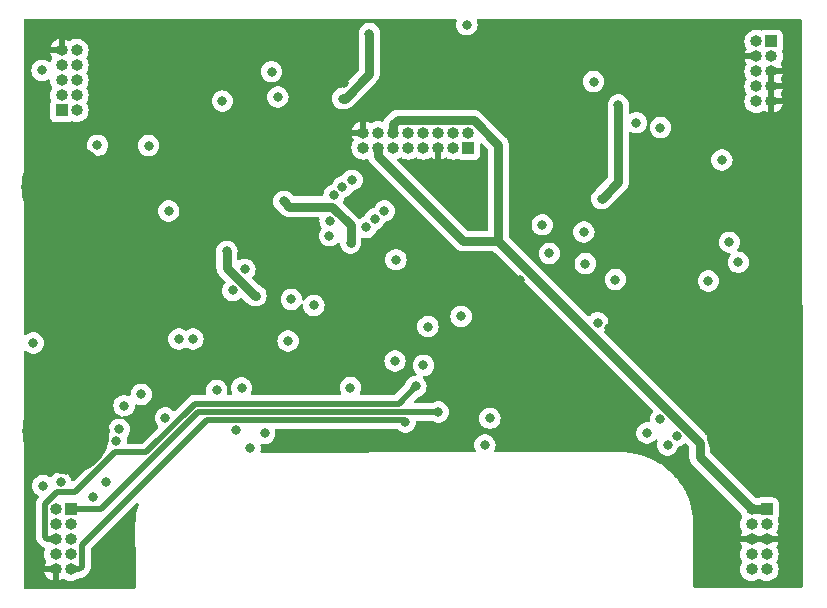
<source format=gbr>
%TF.GenerationSoftware,KiCad,Pcbnew,7.0.10*%
%TF.CreationDate,2025-06-08T09:49:36+02:00*%
%TF.ProjectId,DIC_Addon,4449435f-4164-4646-9f6e-2e6b69636164,rev?*%
%TF.SameCoordinates,Original*%
%TF.FileFunction,Copper,L2,Inr*%
%TF.FilePolarity,Positive*%
%FSLAX46Y46*%
G04 Gerber Fmt 4.6, Leading zero omitted, Abs format (unit mm)*
G04 Created by KiCad (PCBNEW 7.0.10) date 2025-06-08 09:49:36*
%MOMM*%
%LPD*%
G01*
G04 APERTURE LIST*
%TA.AperFunction,ComponentPad*%
%ADD10R,1.000000X1.000000*%
%TD*%
%TA.AperFunction,ComponentPad*%
%ADD11O,1.000000X1.000000*%
%TD*%
%TA.AperFunction,ViaPad*%
%ADD12C,0.800000*%
%TD*%
%TA.AperFunction,ViaPad*%
%ADD13C,7.400000*%
%TD*%
%TA.AperFunction,Conductor*%
%ADD14C,0.750000*%
%TD*%
%TA.AperFunction,Conductor*%
%ADD15C,0.500000*%
%TD*%
G04 APERTURE END LIST*
D10*
%TO.N,GPIO5_5VOut*%
%TO.C,J6*%
X16891000Y-54483000D03*
D11*
%TO.N,GPIO4_12VOut*%
X15621000Y-54483000D03*
%TO.N,GPIO6_12VOut*%
X16891000Y-55753000D03*
%TO.N,GPIO4_5VOut*%
X15621000Y-55753000D03*
%TO.N,GPIO6_5VOut*%
X16891000Y-57023000D03*
%TO.N,GPIO5_12VOut*%
X15621000Y-57023000D03*
%TO.N,GPIO6_In*%
X16891000Y-58293000D03*
%TO.N,GPIO4_In*%
X15621000Y-58293000D03*
%TO.N,GPIO5_In*%
X16891000Y-59563000D03*
%TO.N,GND*%
X15621000Y-59563000D03*
%TD*%
D10*
%TO.N,CAN1_N*%
%TO.C,J2*%
X76200000Y-14859000D03*
D11*
%TO.N,CAN1_P*%
X74930000Y-14859000D03*
%TO.N,Analog0_In*%
X76200000Y-16129000D03*
%TO.N,GND*%
X74930000Y-16129000D03*
X76200000Y-17399000D03*
%TO.N,Analog1_In*%
X74930000Y-17399000D03*
%TO.N,GND*%
X76200000Y-18669000D03*
%TO.N,Analog2_In*%
X74930000Y-18669000D03*
%TO.N,GND*%
X76200000Y-19939000D03*
%TO.N,Analog3_In*%
X74930000Y-19939000D03*
%TD*%
D10*
%TO.N,GPIO2_In*%
%TO.C,J5*%
X16129000Y-20701000D03*
D11*
%TO.N,GPIO2_5VOut*%
X17399000Y-20701000D03*
%TO.N,GPIO3_12VOut*%
X16129000Y-19431000D03*
%TO.N,GPIO2_12VOut*%
X17399000Y-19431000D03*
%TO.N,GPIO3_5VOut*%
X16129000Y-18161000D03*
%TO.N,GPIO1_In*%
X17399000Y-18161000D03*
%TO.N,GPIO3_In*%
X16129000Y-16891000D03*
%TO.N,GPIO1_5VOut*%
X17399000Y-16891000D03*
%TO.N,GND*%
X16129000Y-15621000D03*
%TO.N,GPIO1_12VOut*%
X17399000Y-15621000D03*
%TD*%
D10*
%TO.N,+BATT*%
%TO.C,J4*%
X75819000Y-54473000D03*
D11*
X74549000Y-54473000D03*
%TO.N,+12V*%
X75819000Y-55743000D03*
X74549000Y-55743000D03*
%TO.N,GND*%
X75819000Y-57013000D03*
X74549000Y-57013000D03*
%TO.N,+3.3V*%
X75819000Y-58283000D03*
X74549000Y-58283000D03*
%TO.N,+5V*%
X75819000Y-59553000D03*
X74549000Y-59553000D03*
%TD*%
D10*
%TO.N,Analog0_In*%
%TO.C,J3*%
X50551000Y-23866000D03*
D11*
%TO.N,Analog1_In*%
X50551000Y-22596000D03*
%TO.N,Analog2_In*%
X49281000Y-23866000D03*
%TO.N,Analog3_In*%
X49281000Y-22596000D03*
%TO.N,GND*%
X48011000Y-23866000D03*
%TO.N,GPIO1_out{slash}in*%
X48011000Y-22596000D03*
%TO.N,GPIO2_out{slash}in*%
X46741000Y-23866000D03*
%TO.N,GPIO3_out{slash}in*%
X46741000Y-22596000D03*
%TO.N,GPIO4_out{slash}in*%
X45471000Y-23866000D03*
%TO.N,GPIO5_out{slash}in*%
X45471000Y-22596000D03*
%TO.N,GPIO6_out{slash}in*%
X44201000Y-23866000D03*
%TO.N,+BATT*%
X44201000Y-22596000D03*
X42931000Y-23866000D03*
%TO.N,CAN1_P*%
X42931000Y-22596000D03*
%TO.N,CAN1_N*%
X41661000Y-23866000D03*
%TO.N,GND*%
X41661000Y-22596000D03*
%TD*%
D12*
%TO.N,GPIO2_In*%
X19147459Y-23651541D03*
X23476846Y-23676464D03*
%TO.N,GPIO3_In*%
X29718000Y-19913000D03*
%TO.N,GPIO1_In*%
X41909594Y-30606594D03*
X39173877Y-27882131D03*
%TO.N,GND*%
X28368820Y-42320680D03*
X62280800Y-15189200D03*
X40005000Y-18389000D03*
X14859000Y-33909000D03*
X35306000Y-14198000D03*
X54906000Y-35082000D03*
X74168000Y-42132000D03*
X33402400Y-27475999D03*
X43191625Y-33052903D03*
X42164000Y-42418000D03*
X27635200Y-15036800D03*
D13*
X67945000Y-16891000D03*
D12*
X36957000Y-30353000D03*
D13*
X74422000Y-47752000D03*
D12*
X17601000Y-40184000D03*
X34163000Y-43561000D03*
X66421000Y-28448000D03*
D13*
X16510000Y-47879000D03*
D12*
X48048000Y-36098000D03*
X54906000Y-47655000D03*
X22876642Y-35767668D03*
X62484000Y-39084000D03*
X23115400Y-29126999D03*
X28769499Y-32960499D03*
D13*
X16383000Y-27178000D03*
D12*
X67437000Y-33242000D03*
%TO.N,+3.3V*%
X60442959Y-33673041D03*
X65668070Y-48015070D03*
X34925000Y-28386500D03*
X33894801Y-17428108D03*
X33291135Y-48047947D03*
X40576094Y-31940094D03*
X60325000Y-30988000D03*
X29251000Y-44399200D03*
X34417000Y-19558000D03*
X67418860Y-49022000D03*
X30861000Y-47778000D03*
X44411871Y-33339674D03*
%TO.N,+5V*%
X24892000Y-46736000D03*
X26036400Y-40048999D03*
X42164000Y-14198000D03*
X51943000Y-49022000D03*
X39894541Y-19701541D03*
X30607000Y-35941000D03*
X31623000Y-34163000D03*
X32066409Y-49271613D03*
%TO.N,GPIO4_In*%
X14525312Y-52468724D03*
X18739012Y-53410012D03*
%TO.N,GPIO5_In*%
X45212000Y-47078000D03*
%TO.N,GPIO1_out{slash}in*%
X73406000Y-33561000D03*
X72644000Y-31861000D03*
%TO.N,GPIO4_out{slash}in*%
X35560000Y-36701000D03*
X38793074Y-31318949D03*
%TO.N,GPIO5_out{slash}in*%
X46739000Y-42291000D03*
X44339000Y-41910000D03*
%TO.N,GPIO6_out{slash}in*%
X38836471Y-30073470D03*
%TO.N,GPIO1_5VOut*%
X42616703Y-29899486D03*
X39880482Y-27174519D03*
X70866000Y-35147000D03*
%TO.N,GPIO1_12VOut*%
X57404000Y-32814000D03*
X62992000Y-35020000D03*
X56802959Y-30386959D03*
X43434000Y-29210000D03*
X40703500Y-26606500D03*
%TO.N,GPIO3_5VOut*%
X50419000Y-13436000D03*
%TO.N,GPIO3_12VOut*%
X61148001Y-18262000D03*
X14459294Y-17311000D03*
%TO.N,GPIO4_5VOut*%
X19887947Y-52167387D03*
X16042595Y-52153524D03*
%TO.N,GPIO4_12VOut*%
X35285274Y-40219087D03*
X31343600Y-44196000D03*
%TO.N,GPIO5_12VOut*%
X47122248Y-38999500D03*
X46101959Y-44068041D03*
X49932396Y-38142313D03*
%TO.N,GPIO5_5VOut*%
X48006000Y-46228000D03*
X52366000Y-46766000D03*
%TO.N,GPIO6_12VOut*%
X13716000Y-40386000D03*
X20737947Y-48662375D03*
%TO.N,GPIO6_5VOut*%
X27229032Y-40056032D03*
X21404435Y-45702366D03*
X22852783Y-44746550D03*
X20993474Y-47695570D03*
%TO.N,+12V*%
X68189930Y-48250930D03*
X40561500Y-44164701D03*
X30099000Y-32639000D03*
X61849000Y-28185000D03*
X66802000Y-46863000D03*
X32571082Y-36381082D03*
X25185601Y-29210800D03*
X63246000Y-20232000D03*
X37465000Y-37211000D03*
X61509000Y-38680141D03*
%TO.N,Analog3_In*%
X64770000Y-21746000D03*
X66808506Y-22150576D03*
%TO.N,Analog2_In*%
X72009000Y-24892000D03*
%TD*%
D14*
%TO.N,+3.3V*%
X40576094Y-30434234D02*
X38998991Y-28857131D01*
X40576094Y-31940094D02*
X40576094Y-30434234D01*
X38998991Y-28857131D02*
X35395631Y-28857131D01*
X35395631Y-28857131D02*
X34925000Y-28386500D01*
%TO.N,+5V*%
X40071318Y-19701541D02*
X39894541Y-19701541D01*
X42164000Y-17608859D02*
X40071318Y-19701541D01*
X42164000Y-14198000D02*
X42164000Y-17608859D01*
D15*
%TO.N,GPIO5_In*%
X17841000Y-57468891D02*
X28381891Y-46928000D01*
X31496000Y-46928000D02*
X45062000Y-46928000D01*
X17841000Y-59320106D02*
X17841000Y-57468891D01*
X16891000Y-59563000D02*
X17598106Y-59563000D01*
X45062000Y-46928000D02*
X45212000Y-47078000D01*
X28381891Y-46928000D02*
X31496000Y-46928000D01*
X17598106Y-59563000D02*
X17841000Y-59320106D01*
%TO.N,GPIO5_12VOut*%
X15703476Y-53003524D02*
X14671000Y-54036000D01*
X14671000Y-54036000D02*
X14671000Y-56780106D01*
X27396051Y-45528000D02*
X23267050Y-49657000D01*
X46101959Y-44068041D02*
X44642000Y-45528000D01*
X44642000Y-45528000D02*
X27396051Y-45528000D01*
X20600987Y-49657000D02*
X17254463Y-53003524D01*
X23267050Y-49657000D02*
X20600987Y-49657000D01*
X14913894Y-57023000D02*
X15621000Y-57023000D01*
X17254463Y-53003524D02*
X15703476Y-53003524D01*
X14671000Y-56780106D02*
X14913894Y-57023000D01*
%TO.N,GPIO5_5VOut*%
X27686000Y-46228000D02*
X48006000Y-46228000D01*
X19431000Y-54483000D02*
X27686000Y-46228000D01*
X16891000Y-54483000D02*
X19431000Y-54483000D01*
D14*
%TO.N,+12V*%
X32462223Y-36381082D02*
X30099000Y-34017859D01*
X63246000Y-20232000D02*
X63246000Y-26788000D01*
X63246000Y-26788000D02*
X61849000Y-28185000D01*
X30099000Y-34017859D02*
X30099000Y-32639000D01*
X32571082Y-36381082D02*
X32462223Y-36381082D01*
%TO.N,+BATT*%
X70147000Y-48829141D02*
X70147000Y-50071000D01*
X42931000Y-23866000D02*
X42931000Y-24573106D01*
X44201000Y-21888894D02*
X44568894Y-21521000D01*
X53086000Y-31768141D02*
X70147000Y-48829141D01*
X74549000Y-54473000D02*
X75819000Y-54473000D01*
X44568894Y-21521000D02*
X50996280Y-21521000D01*
X70147000Y-50071000D02*
X74549000Y-54473000D01*
X53086000Y-26162000D02*
X53086000Y-31768141D01*
X50996280Y-21521000D02*
X53086000Y-23610720D01*
X44201000Y-22596000D02*
X44201000Y-21888894D01*
X42931000Y-24573106D02*
X50126035Y-31768141D01*
X53086000Y-23610720D02*
X53086000Y-26162000D01*
X50126035Y-31768141D02*
X53086000Y-31768141D01*
%TD*%
%TA.AperFunction,Conductor*%
%TO.N,GND*%
G36*
X75521940Y-56818921D02*
G01*
X75475018Y-56925892D01*
X75465372Y-57042302D01*
X75494047Y-57155538D01*
X75557936Y-57253327D01*
X75570364Y-57263000D01*
X74794581Y-57263000D01*
X74846060Y-57207079D01*
X74892982Y-57100108D01*
X74902628Y-56983698D01*
X74873953Y-56870462D01*
X74810064Y-56772673D01*
X74797636Y-56763000D01*
X75573419Y-56763000D01*
X75521940Y-56818921D01*
G37*
%TD.AperFunction*%
%TA.AperFunction,Conductor*%
G36*
X51756702Y-23520012D02*
G01*
X51763180Y-23526044D01*
X52174181Y-23937045D01*
X52207666Y-23998368D01*
X52210500Y-24024726D01*
X52210500Y-30768641D01*
X52190815Y-30835680D01*
X52138011Y-30881435D01*
X52086500Y-30892641D01*
X50540041Y-30892641D01*
X50473002Y-30872956D01*
X50452360Y-30856322D01*
X44576956Y-24980918D01*
X44543471Y-24919595D01*
X44548455Y-24849903D01*
X44590327Y-24793970D01*
X44606179Y-24783882D01*
X44759538Y-24701910D01*
X44759542Y-24701906D01*
X44764607Y-24698523D01*
X44765703Y-24700164D01*
X44821639Y-24676405D01*
X44890507Y-24688194D01*
X44907148Y-24698888D01*
X44907393Y-24698523D01*
X44912458Y-24701907D01*
X44912462Y-24701910D01*
X45056545Y-24778924D01*
X45084147Y-24793678D01*
X45086273Y-24794814D01*
X45274868Y-24852024D01*
X45471000Y-24871341D01*
X45667132Y-24852024D01*
X45855727Y-24794814D01*
X46029538Y-24701910D01*
X46029544Y-24701904D01*
X46034607Y-24698523D01*
X46035703Y-24700164D01*
X46091639Y-24676405D01*
X46160507Y-24688194D01*
X46177148Y-24698888D01*
X46177393Y-24698523D01*
X46182458Y-24701907D01*
X46182462Y-24701910D01*
X46326545Y-24778924D01*
X46354147Y-24793678D01*
X46356273Y-24794814D01*
X46544868Y-24852024D01*
X46741000Y-24871341D01*
X46937132Y-24852024D01*
X47125727Y-24794814D01*
X47299538Y-24701910D01*
X47299544Y-24701904D01*
X47304607Y-24698523D01*
X47305624Y-24700045D01*
X47362021Y-24676084D01*
X47430890Y-24687866D01*
X47447424Y-24698489D01*
X47447678Y-24698110D01*
X47452738Y-24701491D01*
X47626465Y-24794349D01*
X47761000Y-24835159D01*
X47761000Y-24073672D01*
X47798871Y-24118805D01*
X47898129Y-24176112D01*
X47982564Y-24191000D01*
X48039436Y-24191000D01*
X48123871Y-24176112D01*
X48223129Y-24118805D01*
X48261000Y-24073672D01*
X48261000Y-24835159D01*
X48395534Y-24794349D01*
X48569259Y-24701492D01*
X48574320Y-24698111D01*
X48575444Y-24699793D01*
X48631203Y-24676086D01*
X48700075Y-24687851D01*
X48717186Y-24698843D01*
X48717399Y-24698526D01*
X48722457Y-24701906D01*
X48722462Y-24701910D01*
X48860594Y-24775743D01*
X48894147Y-24793678D01*
X48896273Y-24794814D01*
X49084868Y-24852024D01*
X49281000Y-24871341D01*
X49477132Y-24852024D01*
X49665727Y-24794814D01*
X49667853Y-24793677D01*
X49669095Y-24793418D01*
X49671355Y-24792483D01*
X49671532Y-24792911D01*
X49736254Y-24779435D01*
X49800615Y-24803767D01*
X49808669Y-24809796D01*
X49876671Y-24835159D01*
X49943517Y-24860091D01*
X49943516Y-24860091D01*
X49950444Y-24860835D01*
X50003127Y-24866500D01*
X51098872Y-24866499D01*
X51158483Y-24860091D01*
X51293331Y-24809796D01*
X51408546Y-24723546D01*
X51494796Y-24608331D01*
X51545091Y-24473483D01*
X51551500Y-24413873D01*
X51551499Y-23613724D01*
X51571183Y-23546686D01*
X51623987Y-23500931D01*
X51693146Y-23490987D01*
X51756702Y-23520012D01*
G37*
%TD.AperFunction*%
%TA.AperFunction,Conductor*%
G36*
X49530173Y-12958185D02*
G01*
X49575928Y-13010989D01*
X49585872Y-13080147D01*
X49581065Y-13100818D01*
X49533326Y-13247744D01*
X49513540Y-13436000D01*
X49533326Y-13624256D01*
X49533327Y-13624259D01*
X49591818Y-13804277D01*
X49591821Y-13804284D01*
X49686467Y-13968216D01*
X49735876Y-14023090D01*
X49813127Y-14108886D01*
X49813129Y-14108888D01*
X49966265Y-14220148D01*
X49966270Y-14220151D01*
X50139192Y-14297142D01*
X50139197Y-14297144D01*
X50324354Y-14336500D01*
X50324355Y-14336500D01*
X50513644Y-14336500D01*
X50513646Y-14336500D01*
X50698803Y-14297144D01*
X50871730Y-14220151D01*
X51024871Y-14108888D01*
X51151533Y-13968216D01*
X51246179Y-13804284D01*
X51304674Y-13624256D01*
X51324460Y-13436000D01*
X51304674Y-13247744D01*
X51256935Y-13100818D01*
X51254940Y-13030977D01*
X51291020Y-12971144D01*
X51353721Y-12940316D01*
X51374866Y-12938500D01*
X78634343Y-12938500D01*
X78701382Y-12958185D01*
X78747137Y-13010989D01*
X78758343Y-13062186D01*
X78879649Y-60978186D01*
X78860134Y-61045275D01*
X78807446Y-61091164D01*
X78755649Y-61102500D01*
X69706775Y-61102500D01*
X69639736Y-61082815D01*
X69593981Y-61030011D01*
X69582775Y-60978249D01*
X69583624Y-60558340D01*
X69593086Y-55875739D01*
X69593114Y-55873398D01*
X69597870Y-55654859D01*
X69573221Y-55196549D01*
X69514175Y-54741391D01*
X69421066Y-54291962D01*
X69294422Y-53850809D01*
X69134959Y-53420428D01*
X69120278Y-53388427D01*
X69043818Y-53221756D01*
X68943582Y-53003259D01*
X68721373Y-52601664D01*
X68721370Y-52601660D01*
X68721362Y-52601646D01*
X68469595Y-52217921D01*
X68420034Y-52153524D01*
X68189664Y-51854192D01*
X68140243Y-51799103D01*
X67980743Y-51621308D01*
X67883175Y-51512549D01*
X67551861Y-51194922D01*
X67474290Y-51131026D01*
X67197601Y-50903113D01*
X66822390Y-50638767D01*
X66642219Y-50531139D01*
X66428372Y-50403393D01*
X66428365Y-50403389D01*
X66428361Y-50403387D01*
X66221707Y-50300175D01*
X66017764Y-50198316D01*
X65592905Y-50024701D01*
X65592895Y-50024697D01*
X65156169Y-49883523D01*
X65156166Y-49883522D01*
X64710069Y-49775593D01*
X64257131Y-49701520D01*
X63799893Y-49661718D01*
X63799880Y-49661717D01*
X63799876Y-49661717D01*
X63791825Y-49661625D01*
X63677889Y-49660333D01*
X63666516Y-49659122D01*
X63666464Y-49659641D01*
X63660205Y-49659007D01*
X63660204Y-49659007D01*
X63660155Y-49659007D01*
X63565080Y-49659042D01*
X63563605Y-49659034D01*
X63477701Y-49658043D01*
X63477700Y-49658043D01*
X63477699Y-49658043D01*
X63471985Y-49658506D01*
X63471954Y-49658133D01*
X63461035Y-49659083D01*
X52827457Y-49663157D01*
X52760410Y-49643498D01*
X52714634Y-49590712D01*
X52704664Y-49521557D01*
X52720020Y-49477161D01*
X52770179Y-49390284D01*
X52828674Y-49210256D01*
X52848460Y-49022000D01*
X52828674Y-48833744D01*
X52774112Y-48665823D01*
X52770181Y-48653722D01*
X52770180Y-48653721D01*
X52770179Y-48653716D01*
X52675533Y-48489784D01*
X52548871Y-48349112D01*
X52518548Y-48327081D01*
X52395734Y-48237851D01*
X52395729Y-48237848D01*
X52222807Y-48160857D01*
X52222802Y-48160855D01*
X52077001Y-48129865D01*
X52037646Y-48121500D01*
X51848354Y-48121500D01*
X51815897Y-48128398D01*
X51663197Y-48160855D01*
X51663192Y-48160857D01*
X51490270Y-48237848D01*
X51490265Y-48237851D01*
X51337129Y-48349111D01*
X51210466Y-48489785D01*
X51115821Y-48653715D01*
X51115818Y-48653722D01*
X51057861Y-48832098D01*
X51057326Y-48833744D01*
X51037540Y-49022000D01*
X51057326Y-49210256D01*
X51057327Y-49210259D01*
X51115818Y-49390277D01*
X51115821Y-49390284D01*
X51166368Y-49477834D01*
X51182841Y-49545734D01*
X51159988Y-49611761D01*
X51105067Y-49654952D01*
X51059029Y-49663834D01*
X33054287Y-49670734D01*
X32987240Y-49651075D01*
X32941464Y-49598289D01*
X32931494Y-49529134D01*
X32936307Y-49508421D01*
X32952083Y-49459869D01*
X32971869Y-49271613D01*
X32952083Y-49083357D01*
X32952080Y-49083350D01*
X32950731Y-49076996D01*
X32952936Y-49076527D01*
X32951239Y-49017050D01*
X32987322Y-48957219D01*
X33050024Y-48926393D01*
X33096942Y-48927287D01*
X33196489Y-48948447D01*
X33196490Y-48948447D01*
X33385779Y-48948447D01*
X33385781Y-48948447D01*
X33570938Y-48909091D01*
X33743865Y-48832098D01*
X33897006Y-48720835D01*
X34023668Y-48580163D01*
X34118314Y-48416231D01*
X34176809Y-48236203D01*
X34196595Y-48047947D01*
X34176809Y-47859691D01*
X34174377Y-47852207D01*
X34170677Y-47840817D01*
X34168682Y-47770976D01*
X34204763Y-47711143D01*
X34267464Y-47680316D01*
X34288608Y-47678500D01*
X44485742Y-47678500D01*
X44552781Y-47698185D01*
X44577891Y-47719527D01*
X44606128Y-47750887D01*
X44606135Y-47750893D01*
X44759265Y-47862148D01*
X44759270Y-47862151D01*
X44932192Y-47939142D01*
X44932197Y-47939144D01*
X45117354Y-47978500D01*
X45117355Y-47978500D01*
X45306644Y-47978500D01*
X45306646Y-47978500D01*
X45491803Y-47939144D01*
X45664730Y-47862151D01*
X45817871Y-47750888D01*
X45944533Y-47610216D01*
X46039179Y-47446284D01*
X46097674Y-47266256D01*
X46116247Y-47089536D01*
X46142832Y-47024924D01*
X46200129Y-46984939D01*
X46239568Y-46978500D01*
X47466663Y-46978500D01*
X47533702Y-46998185D01*
X47539548Y-47002182D01*
X47553265Y-47012148D01*
X47553270Y-47012151D01*
X47726192Y-47089142D01*
X47726197Y-47089144D01*
X47911354Y-47128500D01*
X47911355Y-47128500D01*
X48100644Y-47128500D01*
X48100646Y-47128500D01*
X48285803Y-47089144D01*
X48458730Y-47012151D01*
X48611871Y-46900888D01*
X48733325Y-46766000D01*
X51460540Y-46766000D01*
X51480326Y-46954256D01*
X51480327Y-46954259D01*
X51538818Y-47134277D01*
X51538821Y-47134284D01*
X51633467Y-47298216D01*
X51733117Y-47408888D01*
X51760129Y-47438888D01*
X51913265Y-47550148D01*
X51913270Y-47550151D01*
X52086192Y-47627142D01*
X52086197Y-47627144D01*
X52271354Y-47666500D01*
X52271355Y-47666500D01*
X52460644Y-47666500D01*
X52460646Y-47666500D01*
X52645803Y-47627144D01*
X52818730Y-47550151D01*
X52971871Y-47438888D01*
X53098533Y-47298216D01*
X53193179Y-47134284D01*
X53251674Y-46954256D01*
X53271460Y-46766000D01*
X53251674Y-46577744D01*
X53193179Y-46397716D01*
X53098533Y-46233784D01*
X52971871Y-46093112D01*
X52940955Y-46070650D01*
X52818734Y-45981851D01*
X52818729Y-45981848D01*
X52645807Y-45904857D01*
X52645802Y-45904855D01*
X52500001Y-45873865D01*
X52460646Y-45865500D01*
X52271354Y-45865500D01*
X52238897Y-45872398D01*
X52086197Y-45904855D01*
X52086192Y-45904857D01*
X51913270Y-45981848D01*
X51913265Y-45981851D01*
X51760129Y-46093111D01*
X51633466Y-46233785D01*
X51538821Y-46397715D01*
X51538818Y-46397722D01*
X51484951Y-46563510D01*
X51480326Y-46577744D01*
X51460540Y-46766000D01*
X48733325Y-46766000D01*
X48738533Y-46760216D01*
X48833179Y-46596284D01*
X48891674Y-46416256D01*
X48911460Y-46228000D01*
X48891674Y-46039744D01*
X48833179Y-45859716D01*
X48738533Y-45695784D01*
X48611871Y-45555112D01*
X48611870Y-45555111D01*
X48458734Y-45443851D01*
X48458729Y-45443848D01*
X48285807Y-45366857D01*
X48285802Y-45366855D01*
X48131607Y-45334081D01*
X48100646Y-45327500D01*
X47911354Y-45327500D01*
X47880393Y-45334081D01*
X47726197Y-45366855D01*
X47726192Y-45366857D01*
X47553270Y-45443848D01*
X47553265Y-45443851D01*
X47539548Y-45453818D01*
X47473742Y-45477298D01*
X47466663Y-45477500D01*
X46053230Y-45477500D01*
X45986191Y-45457815D01*
X45940436Y-45405011D01*
X45930492Y-45335853D01*
X45959517Y-45272297D01*
X45965539Y-45265827D01*
X46254731Y-44976635D01*
X46316050Y-44943153D01*
X46316382Y-44943081D01*
X46381762Y-44929185D01*
X46554689Y-44852192D01*
X46707830Y-44740929D01*
X46834492Y-44600257D01*
X46929138Y-44436325D01*
X46987633Y-44256297D01*
X47007419Y-44068041D01*
X46987633Y-43879785D01*
X46929138Y-43699757D01*
X46834492Y-43535825D01*
X46710817Y-43398470D01*
X46680588Y-43335481D01*
X46689213Y-43266146D01*
X46733954Y-43212480D01*
X46800607Y-43191522D01*
X46802968Y-43191500D01*
X46833644Y-43191500D01*
X46833646Y-43191500D01*
X47018803Y-43152144D01*
X47191730Y-43075151D01*
X47344871Y-42963888D01*
X47471533Y-42823216D01*
X47566179Y-42659284D01*
X47624674Y-42479256D01*
X47644460Y-42291000D01*
X47624674Y-42102744D01*
X47566179Y-41922716D01*
X47471533Y-41758784D01*
X47344871Y-41618112D01*
X47344870Y-41618111D01*
X47191734Y-41506851D01*
X47191729Y-41506848D01*
X47018807Y-41429857D01*
X47018802Y-41429855D01*
X46873001Y-41398865D01*
X46833646Y-41390500D01*
X46644354Y-41390500D01*
X46611897Y-41397398D01*
X46459197Y-41429855D01*
X46459192Y-41429857D01*
X46286270Y-41506848D01*
X46286265Y-41506851D01*
X46133129Y-41618111D01*
X46006466Y-41758785D01*
X45911821Y-41922715D01*
X45911818Y-41922722D01*
X45854784Y-42098256D01*
X45853326Y-42102744D01*
X45833540Y-42291000D01*
X45853326Y-42479256D01*
X45853327Y-42479259D01*
X45911818Y-42659277D01*
X45911821Y-42659284D01*
X46006467Y-42823216D01*
X46130141Y-42960569D01*
X46160371Y-43023560D01*
X46151746Y-43092895D01*
X46107005Y-43146561D01*
X46040352Y-43167519D01*
X46037991Y-43167541D01*
X46007313Y-43167541D01*
X45974856Y-43174439D01*
X45822156Y-43206896D01*
X45822151Y-43206898D01*
X45649229Y-43283889D01*
X45649224Y-43283892D01*
X45496088Y-43395152D01*
X45369425Y-43535826D01*
X45274780Y-43699756D01*
X45274778Y-43699760D01*
X45219437Y-43870082D01*
X45189187Y-43919444D01*
X44367451Y-44741181D01*
X44306128Y-44774666D01*
X44279770Y-44777500D01*
X41462282Y-44777500D01*
X41395243Y-44757815D01*
X41349488Y-44705011D01*
X41339544Y-44635853D01*
X41354895Y-44591500D01*
X41388679Y-44532985D01*
X41447174Y-44352957D01*
X41466960Y-44164701D01*
X41447174Y-43976445D01*
X41388679Y-43796417D01*
X41294033Y-43632485D01*
X41167371Y-43491813D01*
X41167370Y-43491812D01*
X41014234Y-43380552D01*
X41014229Y-43380549D01*
X40841307Y-43303558D01*
X40841302Y-43303556D01*
X40695501Y-43272566D01*
X40656146Y-43264201D01*
X40466854Y-43264201D01*
X40434397Y-43271099D01*
X40281697Y-43303556D01*
X40281692Y-43303558D01*
X40108770Y-43380549D01*
X40108765Y-43380552D01*
X39955629Y-43491812D01*
X39828966Y-43632486D01*
X39734321Y-43796416D01*
X39734318Y-43796423D01*
X39680389Y-43962401D01*
X39675826Y-43976445D01*
X39656040Y-44164701D01*
X39675826Y-44352957D01*
X39675827Y-44352960D01*
X39734318Y-44532978D01*
X39734321Y-44532985D01*
X39765770Y-44587457D01*
X39768105Y-44591500D01*
X39784578Y-44659400D01*
X39761725Y-44725427D01*
X39706804Y-44768618D01*
X39660718Y-44777500D01*
X32262453Y-44777500D01*
X32195414Y-44757815D01*
X32149659Y-44705011D01*
X32139715Y-44635853D01*
X32155065Y-44591501D01*
X32157400Y-44587457D01*
X32170779Y-44564284D01*
X32229274Y-44384256D01*
X32249060Y-44196000D01*
X32229274Y-44007744D01*
X32170779Y-43827716D01*
X32076133Y-43663784D01*
X31949471Y-43523112D01*
X31915871Y-43498700D01*
X31796334Y-43411851D01*
X31796329Y-43411848D01*
X31623407Y-43334857D01*
X31623402Y-43334855D01*
X31476156Y-43303558D01*
X31438246Y-43295500D01*
X31248954Y-43295500D01*
X31216497Y-43302398D01*
X31063797Y-43334855D01*
X31063792Y-43334857D01*
X30890870Y-43411848D01*
X30890865Y-43411851D01*
X30737729Y-43523111D01*
X30611066Y-43663785D01*
X30516421Y-43827715D01*
X30516418Y-43827722D01*
X30457927Y-44007740D01*
X30457926Y-44007744D01*
X30438140Y-44196000D01*
X30457926Y-44384256D01*
X30457927Y-44384259D01*
X30516418Y-44564277D01*
X30516420Y-44564281D01*
X30516421Y-44564284D01*
X30529800Y-44587457D01*
X30532135Y-44591501D01*
X30548606Y-44659402D01*
X30525754Y-44725428D01*
X30470832Y-44768618D01*
X30424747Y-44777500D01*
X30245596Y-44777500D01*
X30178557Y-44757815D01*
X30132802Y-44705011D01*
X30122858Y-44635853D01*
X30127663Y-44615186D01*
X30136674Y-44587456D01*
X30156460Y-44399200D01*
X30136674Y-44210944D01*
X30078179Y-44030916D01*
X29983533Y-43866984D01*
X29856871Y-43726312D01*
X29856870Y-43726311D01*
X29703734Y-43615051D01*
X29703729Y-43615048D01*
X29530807Y-43538057D01*
X29530802Y-43538055D01*
X29385001Y-43507065D01*
X29345646Y-43498700D01*
X29156354Y-43498700D01*
X29123897Y-43505598D01*
X28971197Y-43538055D01*
X28971192Y-43538057D01*
X28798270Y-43615048D01*
X28798265Y-43615051D01*
X28645129Y-43726311D01*
X28518466Y-43866985D01*
X28423821Y-44030915D01*
X28423818Y-44030922D01*
X28365327Y-44210940D01*
X28365326Y-44210944D01*
X28360559Y-44256300D01*
X28345540Y-44399200D01*
X28362890Y-44564284D01*
X28365326Y-44587456D01*
X28374335Y-44615182D01*
X28376330Y-44685022D01*
X28340250Y-44744855D01*
X28277550Y-44775684D01*
X28256404Y-44777500D01*
X27459759Y-44777500D01*
X27441788Y-44776191D01*
X27418030Y-44772711D01*
X27418024Y-44772710D01*
X27371030Y-44776822D01*
X27368681Y-44777028D01*
X27357875Y-44777500D01*
X27352335Y-44777500D01*
X27321552Y-44781098D01*
X27317967Y-44781464D01*
X27243250Y-44788001D01*
X27236183Y-44789460D01*
X27236171Y-44789404D01*
X27228814Y-44791035D01*
X27228828Y-44791092D01*
X27221791Y-44792760D01*
X27151282Y-44818421D01*
X27147905Y-44819595D01*
X27108899Y-44832521D01*
X27076719Y-44843185D01*
X27070177Y-44846236D01*
X27070152Y-44846183D01*
X27063359Y-44849471D01*
X27063385Y-44849523D01*
X27056931Y-44852764D01*
X26994272Y-44893975D01*
X26991232Y-44895912D01*
X26927399Y-44935285D01*
X26921734Y-44939765D01*
X26921698Y-44939719D01*
X26915849Y-44944484D01*
X26915886Y-44944528D01*
X26910361Y-44949164D01*
X26858883Y-45003726D01*
X26856371Y-45006311D01*
X25733211Y-46129470D01*
X25671888Y-46162955D01*
X25602196Y-46157971D01*
X25553380Y-46124761D01*
X25497870Y-46063111D01*
X25344734Y-45951851D01*
X25344729Y-45951848D01*
X25171807Y-45874857D01*
X25171802Y-45874855D01*
X25026001Y-45843865D01*
X24986646Y-45835500D01*
X24797354Y-45835500D01*
X24764897Y-45842398D01*
X24612197Y-45874855D01*
X24612192Y-45874857D01*
X24439270Y-45951848D01*
X24439265Y-45951851D01*
X24286129Y-46063111D01*
X24159466Y-46203785D01*
X24064821Y-46367715D01*
X24064818Y-46367722D01*
X24006327Y-46547740D01*
X24006326Y-46547744D01*
X23986540Y-46736000D01*
X24006326Y-46924256D01*
X24006327Y-46924259D01*
X24064818Y-47104277D01*
X24064821Y-47104284D01*
X24159467Y-47268216D01*
X24286129Y-47408888D01*
X24286830Y-47409666D01*
X24317060Y-47472657D01*
X24308435Y-47541992D01*
X24282361Y-47580319D01*
X22992501Y-48870181D01*
X22931178Y-48903666D01*
X22904820Y-48906500D01*
X21755464Y-48906500D01*
X21688425Y-48886815D01*
X21642670Y-48834011D01*
X21632143Y-48769541D01*
X21643407Y-48662375D01*
X21623621Y-48474119D01*
X21614078Y-48444752D01*
X21612082Y-48374914D01*
X21639856Y-48323465D01*
X21726007Y-48227786D01*
X21820653Y-48063854D01*
X21879148Y-47883826D01*
X21898934Y-47695570D01*
X21879148Y-47507314D01*
X21820653Y-47327286D01*
X21726007Y-47163354D01*
X21599345Y-47022682D01*
X21599344Y-47022681D01*
X21446208Y-46911421D01*
X21446203Y-46911418D01*
X21286123Y-46840145D01*
X21232886Y-46794895D01*
X21212565Y-46728046D01*
X21231611Y-46660822D01*
X21283977Y-46614567D01*
X21336559Y-46602866D01*
X21499079Y-46602866D01*
X21499081Y-46602866D01*
X21684238Y-46563510D01*
X21857165Y-46486517D01*
X22010306Y-46375254D01*
X22136968Y-46234582D01*
X22231614Y-46070650D01*
X22290109Y-45890622D01*
X22309895Y-45702366D01*
X22308990Y-45693758D01*
X22321559Y-45625030D01*
X22369291Y-45574006D01*
X22437031Y-45556888D01*
X22482745Y-45567518D01*
X22572980Y-45607694D01*
X22758137Y-45647050D01*
X22758138Y-45647050D01*
X22947427Y-45647050D01*
X22947429Y-45647050D01*
X23132586Y-45607694D01*
X23305513Y-45530701D01*
X23458654Y-45419438D01*
X23585316Y-45278766D01*
X23679962Y-45114834D01*
X23738457Y-44934806D01*
X23758243Y-44746550D01*
X23738457Y-44558294D01*
X23679962Y-44378266D01*
X23585316Y-44214334D01*
X23458654Y-44073662D01*
X23458653Y-44073661D01*
X23305517Y-43962401D01*
X23305512Y-43962398D01*
X23132590Y-43885407D01*
X23132585Y-43885405D01*
X22986784Y-43854415D01*
X22947429Y-43846050D01*
X22758137Y-43846050D01*
X22725680Y-43852948D01*
X22572980Y-43885405D01*
X22572975Y-43885407D01*
X22400053Y-43962398D01*
X22400048Y-43962401D01*
X22246912Y-44073661D01*
X22120249Y-44214335D01*
X22025604Y-44378265D01*
X22025601Y-44378272D01*
X21975332Y-44532985D01*
X21967109Y-44558294D01*
X21947501Y-44744855D01*
X21947323Y-44746552D01*
X21947323Y-44746556D01*
X21948227Y-44755162D01*
X21935655Y-44823891D01*
X21887920Y-44874912D01*
X21820179Y-44892027D01*
X21774470Y-44881396D01*
X21684242Y-44841223D01*
X21684237Y-44841221D01*
X21538436Y-44810231D01*
X21499081Y-44801866D01*
X21309789Y-44801866D01*
X21277332Y-44808764D01*
X21124632Y-44841221D01*
X21124627Y-44841223D01*
X20951705Y-44918214D01*
X20951700Y-44918217D01*
X20798564Y-45029477D01*
X20671901Y-45170151D01*
X20577256Y-45334081D01*
X20577253Y-45334088D01*
X20538351Y-45453818D01*
X20518761Y-45514110D01*
X20498975Y-45702366D01*
X20518761Y-45890622D01*
X20518762Y-45890625D01*
X20577253Y-46070643D01*
X20577256Y-46070650D01*
X20671902Y-46234582D01*
X20758523Y-46330784D01*
X20798564Y-46375254D01*
X20951700Y-46486514D01*
X20951705Y-46486517D01*
X21111786Y-46557791D01*
X21165023Y-46603041D01*
X21185344Y-46669890D01*
X21166298Y-46737114D01*
X21113932Y-46783369D01*
X21061350Y-46795070D01*
X20898828Y-46795070D01*
X20866371Y-46801968D01*
X20713671Y-46834425D01*
X20713666Y-46834427D01*
X20540744Y-46911418D01*
X20540739Y-46911421D01*
X20387603Y-47022681D01*
X20260940Y-47163355D01*
X20166295Y-47327285D01*
X20166292Y-47327292D01*
X20115747Y-47482855D01*
X20107800Y-47507314D01*
X20088014Y-47695570D01*
X20107800Y-47883826D01*
X20107801Y-47883829D01*
X20117342Y-47913193D01*
X20119337Y-47983034D01*
X20091561Y-48034483D01*
X20005413Y-48130160D01*
X19910768Y-48294090D01*
X19910765Y-48294097D01*
X19857068Y-48459361D01*
X19852273Y-48474119D01*
X19832487Y-48662375D01*
X19852273Y-48850631D01*
X19852274Y-48850634D01*
X19910767Y-49030658D01*
X19956600Y-49110044D01*
X19973072Y-49177944D01*
X19950219Y-49243971D01*
X19936893Y-49259724D01*
X17140921Y-52055697D01*
X17079598Y-52089182D01*
X17009906Y-52084198D01*
X16953973Y-52042326D01*
X16929920Y-51980977D01*
X16928269Y-51965268D01*
X16869774Y-51785240D01*
X16775128Y-51621308D01*
X16648466Y-51480636D01*
X16648465Y-51480635D01*
X16495329Y-51369375D01*
X16495324Y-51369372D01*
X16322402Y-51292381D01*
X16322397Y-51292379D01*
X16176596Y-51261389D01*
X16137241Y-51253024D01*
X15947949Y-51253024D01*
X15915492Y-51259922D01*
X15762792Y-51292379D01*
X15762787Y-51292381D01*
X15589865Y-51369372D01*
X15589860Y-51369375D01*
X15436724Y-51480635D01*
X15310060Y-51621309D01*
X15255072Y-51716553D01*
X15204505Y-51764769D01*
X15135898Y-51777992D01*
X15074800Y-51754871D01*
X14978046Y-51684575D01*
X14978041Y-51684572D01*
X14805119Y-51607581D01*
X14805114Y-51607579D01*
X14659313Y-51576589D01*
X14619958Y-51568224D01*
X14430666Y-51568224D01*
X14398209Y-51575122D01*
X14245509Y-51607579D01*
X14245504Y-51607581D01*
X14072582Y-51684572D01*
X14072577Y-51684575D01*
X13919441Y-51795835D01*
X13792778Y-51936509D01*
X13698133Y-52100439D01*
X13698130Y-52100446D01*
X13648555Y-52253024D01*
X13639638Y-52280468D01*
X13619852Y-52468724D01*
X13639638Y-52656980D01*
X13639639Y-52656983D01*
X13698130Y-52837001D01*
X13698133Y-52837008D01*
X13792779Y-53000940D01*
X13851708Y-53066387D01*
X13919441Y-53141612D01*
X14072577Y-53252872D01*
X14072578Y-53252872D01*
X14072582Y-53252875D01*
X14125258Y-53276328D01*
X14178495Y-53321578D01*
X14198816Y-53388427D01*
X14179771Y-53455651D01*
X14156815Y-53480482D01*
X14157718Y-53481439D01*
X14152469Y-53486390D01*
X14120632Y-53524331D01*
X14113346Y-53532284D01*
X14109407Y-53536224D01*
X14090176Y-53560545D01*
X14087902Y-53563337D01*
X14039694Y-53620790D01*
X14035729Y-53626819D01*
X14035682Y-53626788D01*
X14031630Y-53633147D01*
X14031679Y-53633177D01*
X14027889Y-53639321D01*
X13996192Y-53707294D01*
X13994623Y-53710536D01*
X13960957Y-53777572D01*
X13958488Y-53784357D01*
X13958432Y-53784336D01*
X13955960Y-53791450D01*
X13956015Y-53791469D01*
X13953743Y-53798325D01*
X13938573Y-53871788D01*
X13937793Y-53875304D01*
X13920499Y-53948279D01*
X13919661Y-53955454D01*
X13919601Y-53955447D01*
X13918835Y-53962945D01*
X13918895Y-53962951D01*
X13918265Y-53970140D01*
X13920448Y-54045128D01*
X13920500Y-54048735D01*
X13920500Y-56716400D01*
X13919191Y-56734369D01*
X13915710Y-56758131D01*
X13920028Y-56807474D01*
X13920500Y-56818282D01*
X13920500Y-56823817D01*
X13924098Y-56854601D01*
X13924464Y-56858189D01*
X13931000Y-56932897D01*
X13932461Y-56939973D01*
X13932403Y-56939984D01*
X13934034Y-56947343D01*
X13934092Y-56947330D01*
X13935757Y-56954355D01*
X13935758Y-56954360D01*
X13935759Y-56954361D01*
X13946436Y-56983698D01*
X13961400Y-57024811D01*
X13962582Y-57028213D01*
X13986182Y-57099432D01*
X13989236Y-57105980D01*
X13989182Y-57106004D01*
X13992470Y-57112794D01*
X13992521Y-57112769D01*
X13995761Y-57119220D01*
X14036979Y-57181890D01*
X14038889Y-57184888D01*
X14069972Y-57235280D01*
X14078289Y-57248764D01*
X14082766Y-57254425D01*
X14082719Y-57254462D01*
X14087482Y-57260308D01*
X14087528Y-57260270D01*
X14092173Y-57265805D01*
X14146707Y-57317255D01*
X14149295Y-57319769D01*
X14338164Y-57508638D01*
X14349945Y-57522270D01*
X14364282Y-57541528D01*
X14402231Y-57573372D01*
X14410204Y-57580679D01*
X14414111Y-57584586D01*
X14414117Y-57584591D01*
X14438431Y-57603816D01*
X14441212Y-57606080D01*
X14468850Y-57629271D01*
X14498683Y-57654305D01*
X14504712Y-57658270D01*
X14504679Y-57658319D01*
X14511041Y-57662372D01*
X14511073Y-57662321D01*
X14517213Y-57666108D01*
X14517217Y-57666111D01*
X14555871Y-57684135D01*
X14585214Y-57697819D01*
X14588453Y-57699387D01*
X14644588Y-57727579D01*
X14695662Y-57775256D01*
X14712852Y-57842978D01*
X14698296Y-57896840D01*
X14692188Y-57908266D01*
X14634975Y-58096870D01*
X14615659Y-58293000D01*
X14634975Y-58489129D01*
X14634976Y-58489132D01*
X14689154Y-58667733D01*
X14692188Y-58677733D01*
X14785086Y-58851532D01*
X14788473Y-58856601D01*
X14786955Y-58857615D01*
X14810918Y-58914042D01*
X14799124Y-58982909D01*
X14788515Y-58999420D01*
X14788893Y-58999673D01*
X14785505Y-59004742D01*
X14692652Y-59178458D01*
X14651839Y-59312999D01*
X14651840Y-59313000D01*
X15375419Y-59313000D01*
X15323940Y-59368921D01*
X15277018Y-59475892D01*
X15267372Y-59592302D01*
X15296047Y-59705538D01*
X15359936Y-59803327D01*
X15452115Y-59875072D01*
X15562595Y-59913000D01*
X15650005Y-59913000D01*
X15736216Y-59898614D01*
X15838947Y-59843019D01*
X15871000Y-59808200D01*
X15871000Y-60532159D01*
X16005534Y-60491349D01*
X16179259Y-60398492D01*
X16184320Y-60395111D01*
X16185444Y-60396793D01*
X16241203Y-60373086D01*
X16310075Y-60384851D01*
X16327186Y-60395843D01*
X16327399Y-60395526D01*
X16332457Y-60398906D01*
X16332462Y-60398910D01*
X16470594Y-60472743D01*
X16487560Y-60481812D01*
X16506273Y-60491814D01*
X16694868Y-60549024D01*
X16891000Y-60568341D01*
X17087132Y-60549024D01*
X17275727Y-60491814D01*
X17449538Y-60398910D01*
X17514742Y-60345397D01*
X17579048Y-60318085D01*
X17582593Y-60317723D01*
X17625475Y-60313972D01*
X17636282Y-60313500D01*
X17641810Y-60313500D01*
X17641815Y-60313500D01*
X17672662Y-60309893D01*
X17676136Y-60309539D01*
X17750903Y-60302999D01*
X17750911Y-60302996D01*
X17757972Y-60301539D01*
X17757984Y-60301598D01*
X17765349Y-60299965D01*
X17765335Y-60299906D01*
X17772355Y-60298241D01*
X17772361Y-60298241D01*
X17842885Y-60272572D01*
X17846223Y-60271412D01*
X17917440Y-60247814D01*
X17917448Y-60247808D01*
X17923988Y-60244760D01*
X17924014Y-60244816D01*
X17930796Y-60241532D01*
X17930769Y-60241478D01*
X17937219Y-60238238D01*
X17937223Y-60238237D01*
X17999943Y-60196984D01*
X18002838Y-60195140D01*
X18066762Y-60155712D01*
X18066768Y-60155705D01*
X18072431Y-60151229D01*
X18072469Y-60151277D01*
X18078306Y-60146522D01*
X18078267Y-60146475D01*
X18083797Y-60141833D01*
X18083802Y-60141830D01*
X18135290Y-60087254D01*
X18137737Y-60084735D01*
X18326642Y-59895830D01*
X18340271Y-59884053D01*
X18359530Y-59869716D01*
X18391360Y-59831782D01*
X18398677Y-59823797D01*
X18402587Y-59819887D01*
X18402587Y-59819886D01*
X18402591Y-59819883D01*
X18421833Y-59795544D01*
X18424069Y-59792799D01*
X18472302Y-59735320D01*
X18472307Y-59735309D01*
X18476274Y-59729281D01*
X18476325Y-59729314D01*
X18480372Y-59722962D01*
X18480320Y-59722930D01*
X18484108Y-59716786D01*
X18484111Y-59716783D01*
X18515821Y-59648779D01*
X18517362Y-59645594D01*
X18551040Y-59578539D01*
X18551043Y-59578523D01*
X18553509Y-59571752D01*
X18553567Y-59571773D01*
X18556043Y-59564652D01*
X18555986Y-59564634D01*
X18558256Y-59557783D01*
X18558257Y-59557779D01*
X18573447Y-59484208D01*
X18574179Y-59480904D01*
X18591500Y-59407827D01*
X18591500Y-59407818D01*
X18592338Y-59400654D01*
X18592398Y-59400661D01*
X18593164Y-59393161D01*
X18593105Y-59393156D01*
X18593734Y-59385966D01*
X18591552Y-59310976D01*
X18591500Y-59307369D01*
X18591500Y-57831120D01*
X18611185Y-57764081D01*
X18627814Y-57743444D01*
X22429054Y-53942203D01*
X22490375Y-53908720D01*
X22560067Y-53913704D01*
X22616000Y-53955576D01*
X22640417Y-54021040D01*
X22636000Y-54063819D01*
X22539740Y-54402153D01*
X22446471Y-54856414D01*
X22446471Y-54856417D01*
X22387356Y-55316361D01*
X22387355Y-55316381D01*
X22362724Y-55779462D01*
X22362724Y-55779484D01*
X22367494Y-56000311D01*
X22367523Y-56002738D01*
X22374327Y-59368921D01*
X22377807Y-61091164D01*
X22377836Y-61105249D01*
X22358287Y-61172328D01*
X22305575Y-61218190D01*
X22253836Y-61229500D01*
X13062500Y-61229500D01*
X12995461Y-61209815D01*
X12949706Y-61157011D01*
X12938500Y-61105500D01*
X12938500Y-59813000D01*
X14651840Y-59813000D01*
X14692652Y-59947541D01*
X14785503Y-60121253D01*
X14785507Y-60121260D01*
X14910471Y-60273528D01*
X15062739Y-60398491D01*
X15236465Y-60491349D01*
X15371000Y-60532159D01*
X15371000Y-59813000D01*
X14651840Y-59813000D01*
X12938500Y-59813000D01*
X12938500Y-41910000D01*
X43433540Y-41910000D01*
X43453326Y-42098256D01*
X43453327Y-42098259D01*
X43511818Y-42278277D01*
X43511821Y-42278284D01*
X43606467Y-42442216D01*
X43639821Y-42479259D01*
X43733129Y-42582888D01*
X43886265Y-42694148D01*
X43886270Y-42694151D01*
X44059192Y-42771142D01*
X44059197Y-42771144D01*
X44244354Y-42810500D01*
X44244355Y-42810500D01*
X44433644Y-42810500D01*
X44433646Y-42810500D01*
X44618803Y-42771144D01*
X44791730Y-42694151D01*
X44944871Y-42582888D01*
X45071533Y-42442216D01*
X45166179Y-42278284D01*
X45224674Y-42098256D01*
X45244460Y-41910000D01*
X45224674Y-41721744D01*
X45166179Y-41541716D01*
X45071533Y-41377784D01*
X44944871Y-41237112D01*
X44944870Y-41237111D01*
X44791734Y-41125851D01*
X44791729Y-41125848D01*
X44618807Y-41048857D01*
X44618802Y-41048855D01*
X44473001Y-41017865D01*
X44433646Y-41009500D01*
X44244354Y-41009500D01*
X44211897Y-41016398D01*
X44059197Y-41048855D01*
X44059192Y-41048857D01*
X43886270Y-41125848D01*
X43886265Y-41125851D01*
X43733129Y-41237111D01*
X43606466Y-41377785D01*
X43511821Y-41541715D01*
X43511818Y-41541722D01*
X43486998Y-41618112D01*
X43453326Y-41721744D01*
X43433540Y-41910000D01*
X12938500Y-41910000D01*
X12938500Y-41177555D01*
X12958185Y-41110516D01*
X13010989Y-41064761D01*
X13080147Y-41054817D01*
X13135382Y-41077235D01*
X13263266Y-41170148D01*
X13263270Y-41170151D01*
X13436192Y-41247142D01*
X13436197Y-41247144D01*
X13621354Y-41286500D01*
X13621355Y-41286500D01*
X13810644Y-41286500D01*
X13810646Y-41286500D01*
X13995803Y-41247144D01*
X14168730Y-41170151D01*
X14321871Y-41058888D01*
X14448533Y-40918216D01*
X14543179Y-40754284D01*
X14601674Y-40574256D01*
X14621460Y-40386000D01*
X14601674Y-40197744D01*
X14553344Y-40048999D01*
X25130940Y-40048999D01*
X25150726Y-40237255D01*
X25150727Y-40237258D01*
X25209218Y-40417276D01*
X25209221Y-40417283D01*
X25303867Y-40581215D01*
X25310200Y-40588248D01*
X25430529Y-40721887D01*
X25583665Y-40833147D01*
X25583670Y-40833150D01*
X25756592Y-40910141D01*
X25756597Y-40910143D01*
X25941754Y-40949499D01*
X25941755Y-40949499D01*
X26131044Y-40949499D01*
X26131046Y-40949499D01*
X26316203Y-40910143D01*
X26489130Y-40833150D01*
X26554990Y-40785299D01*
X26620794Y-40761819D01*
X26688848Y-40777644D01*
X26700760Y-40785299D01*
X26776297Y-40840180D01*
X26776302Y-40840183D01*
X26949224Y-40917174D01*
X26949229Y-40917176D01*
X27134386Y-40956532D01*
X27134387Y-40956532D01*
X27323676Y-40956532D01*
X27323678Y-40956532D01*
X27508835Y-40917176D01*
X27681762Y-40840183D01*
X27834903Y-40728920D01*
X27961565Y-40588248D01*
X28056211Y-40424316D01*
X28114706Y-40244288D01*
X28117355Y-40219087D01*
X34379814Y-40219087D01*
X34399600Y-40407343D01*
X34399601Y-40407346D01*
X34458092Y-40587364D01*
X34458095Y-40587371D01*
X34552741Y-40751303D01*
X34632769Y-40840183D01*
X34679403Y-40891975D01*
X34832539Y-41003235D01*
X34832544Y-41003238D01*
X35005466Y-41080229D01*
X35005471Y-41080231D01*
X35190628Y-41119587D01*
X35190629Y-41119587D01*
X35379918Y-41119587D01*
X35379920Y-41119587D01*
X35565077Y-41080231D01*
X35738004Y-41003238D01*
X35891145Y-40891975D01*
X36017807Y-40751303D01*
X36112453Y-40587371D01*
X36170948Y-40407343D01*
X36190734Y-40219087D01*
X36170948Y-40030831D01*
X36112453Y-39850803D01*
X36017807Y-39686871D01*
X35891145Y-39546199D01*
X35871211Y-39531716D01*
X35738008Y-39434938D01*
X35738003Y-39434935D01*
X35565081Y-39357944D01*
X35565076Y-39357942D01*
X35419275Y-39326952D01*
X35379920Y-39318587D01*
X35190628Y-39318587D01*
X35158171Y-39325485D01*
X35005471Y-39357942D01*
X35005466Y-39357944D01*
X34832544Y-39434935D01*
X34832539Y-39434938D01*
X34679403Y-39546198D01*
X34552740Y-39686872D01*
X34458095Y-39850802D01*
X34458092Y-39850809D01*
X34403861Y-40017716D01*
X34399600Y-40030831D01*
X34379814Y-40219087D01*
X28117355Y-40219087D01*
X28134492Y-40056032D01*
X28114706Y-39867776D01*
X28056211Y-39687748D01*
X27961565Y-39523816D01*
X27834903Y-39383144D01*
X27825223Y-39376111D01*
X27681766Y-39271883D01*
X27681761Y-39271880D01*
X27508839Y-39194889D01*
X27508834Y-39194887D01*
X27363033Y-39163897D01*
X27323678Y-39155532D01*
X27134386Y-39155532D01*
X27101929Y-39162430D01*
X26949229Y-39194887D01*
X26949224Y-39194889D01*
X26776302Y-39271880D01*
X26776297Y-39271883D01*
X26710441Y-39319731D01*
X26644635Y-39343211D01*
X26576581Y-39327385D01*
X26564671Y-39319731D01*
X26489134Y-39264850D01*
X26489129Y-39264847D01*
X26316207Y-39187856D01*
X26316202Y-39187854D01*
X26164134Y-39155532D01*
X26131046Y-39148499D01*
X25941754Y-39148499D01*
X25909297Y-39155397D01*
X25756597Y-39187854D01*
X25756592Y-39187856D01*
X25583670Y-39264847D01*
X25583665Y-39264850D01*
X25430529Y-39376110D01*
X25303866Y-39516784D01*
X25209221Y-39680714D01*
X25209218Y-39680721D01*
X25150759Y-39860642D01*
X25150726Y-39860743D01*
X25130940Y-40048999D01*
X14553344Y-40048999D01*
X14543179Y-40017716D01*
X14448533Y-39853784D01*
X14321871Y-39713112D01*
X14321870Y-39713111D01*
X14168734Y-39601851D01*
X14168729Y-39601848D01*
X13995807Y-39524857D01*
X13995802Y-39524855D01*
X13850001Y-39493865D01*
X13810646Y-39485500D01*
X13621354Y-39485500D01*
X13588897Y-39492398D01*
X13436197Y-39524855D01*
X13436192Y-39524857D01*
X13263270Y-39601848D01*
X13263265Y-39601851D01*
X13135385Y-39694762D01*
X13069579Y-39718242D01*
X13001525Y-39702416D01*
X12952830Y-39652311D01*
X12938500Y-39594444D01*
X12938500Y-38999500D01*
X46216788Y-38999500D01*
X46236574Y-39187756D01*
X46238540Y-39193809D01*
X46295066Y-39367777D01*
X46295069Y-39367784D01*
X46389715Y-39531716D01*
X46452865Y-39601851D01*
X46516377Y-39672388D01*
X46669513Y-39783648D01*
X46669518Y-39783651D01*
X46842440Y-39860642D01*
X46842445Y-39860644D01*
X47027602Y-39900000D01*
X47027603Y-39900000D01*
X47216892Y-39900000D01*
X47216894Y-39900000D01*
X47402051Y-39860644D01*
X47574978Y-39783651D01*
X47728119Y-39672388D01*
X47854781Y-39531716D01*
X47949427Y-39367784D01*
X48007922Y-39187756D01*
X48027708Y-38999500D01*
X48007922Y-38811244D01*
X47949427Y-38631216D01*
X47854781Y-38467284D01*
X47728119Y-38326612D01*
X47707819Y-38311863D01*
X47574982Y-38215351D01*
X47574977Y-38215348D01*
X47410940Y-38142313D01*
X49026936Y-38142313D01*
X49046722Y-38330569D01*
X49046723Y-38330572D01*
X49105214Y-38510590D01*
X49105217Y-38510597D01*
X49199863Y-38674529D01*
X49322962Y-38811244D01*
X49326525Y-38815201D01*
X49479661Y-38926461D01*
X49479666Y-38926464D01*
X49652588Y-39003455D01*
X49652593Y-39003457D01*
X49837750Y-39042813D01*
X49837751Y-39042813D01*
X50027040Y-39042813D01*
X50027042Y-39042813D01*
X50212199Y-39003457D01*
X50385126Y-38926464D01*
X50538267Y-38815201D01*
X50664929Y-38674529D01*
X50759575Y-38510597D01*
X50818070Y-38330569D01*
X50837856Y-38142313D01*
X50818070Y-37954057D01*
X50759575Y-37774029D01*
X50664929Y-37610097D01*
X50538267Y-37469425D01*
X50538266Y-37469424D01*
X50385130Y-37358164D01*
X50385125Y-37358161D01*
X50212203Y-37281170D01*
X50212198Y-37281168D01*
X50066397Y-37250178D01*
X50027042Y-37241813D01*
X49837750Y-37241813D01*
X49805293Y-37248711D01*
X49652593Y-37281168D01*
X49652588Y-37281170D01*
X49479666Y-37358161D01*
X49479661Y-37358164D01*
X49326525Y-37469424D01*
X49199862Y-37610098D01*
X49105217Y-37774028D01*
X49105214Y-37774035D01*
X49046723Y-37954053D01*
X49046722Y-37954057D01*
X49026936Y-38142313D01*
X47410940Y-38142313D01*
X47402055Y-38138357D01*
X47402050Y-38138355D01*
X47256249Y-38107365D01*
X47216894Y-38099000D01*
X47027602Y-38099000D01*
X46995145Y-38105898D01*
X46842445Y-38138355D01*
X46842440Y-38138357D01*
X46669518Y-38215348D01*
X46669513Y-38215351D01*
X46516377Y-38326611D01*
X46389714Y-38467285D01*
X46295069Y-38631215D01*
X46295066Y-38631222D01*
X46236575Y-38811240D01*
X46236574Y-38811244D01*
X46216788Y-38999500D01*
X12938500Y-38999500D01*
X12938500Y-32639000D01*
X29193540Y-32639000D01*
X29213326Y-32827256D01*
X29213326Y-32827258D01*
X29213327Y-32827260D01*
X29217430Y-32839887D01*
X29223500Y-32878207D01*
X29223500Y-33977237D01*
X29223091Y-33987301D01*
X29218660Y-34041704D01*
X29229688Y-34122649D01*
X29230096Y-34125979D01*
X29238927Y-34207175D01*
X29238929Y-34207186D01*
X29238990Y-34207365D01*
X29244340Y-34230190D01*
X29244366Y-34230384D01*
X29244369Y-34230396D01*
X29272540Y-34307078D01*
X29273655Y-34310244D01*
X29299731Y-34387635D01*
X29299734Y-34387641D01*
X29299832Y-34387804D01*
X29309969Y-34408958D01*
X29310036Y-34409142D01*
X29310040Y-34409149D01*
X29354046Y-34477998D01*
X29355809Y-34480840D01*
X29387906Y-34534185D01*
X29397912Y-34550814D01*
X29398042Y-34550951D01*
X29412492Y-34569434D01*
X29412600Y-34569603D01*
X29470395Y-34627398D01*
X29472702Y-34629769D01*
X29528866Y-34689062D01*
X29528868Y-34689063D01*
X29528871Y-34689066D01*
X29529028Y-34689173D01*
X29547121Y-34704124D01*
X29970030Y-35127033D01*
X30003515Y-35188356D01*
X29998531Y-35258048D01*
X29974499Y-35297686D01*
X29874466Y-35408784D01*
X29779821Y-35572715D01*
X29779818Y-35572722D01*
X29735801Y-35708194D01*
X29721326Y-35752744D01*
X29701540Y-35941000D01*
X29721326Y-36129256D01*
X29721327Y-36129259D01*
X29779818Y-36309277D01*
X29779821Y-36309284D01*
X29874467Y-36473216D01*
X29961016Y-36569338D01*
X30001129Y-36613888D01*
X30154265Y-36725148D01*
X30154270Y-36725151D01*
X30327192Y-36802142D01*
X30327197Y-36802144D01*
X30512354Y-36841500D01*
X30512355Y-36841500D01*
X30701644Y-36841500D01*
X30701646Y-36841500D01*
X30886803Y-36802144D01*
X31059730Y-36725151D01*
X31212871Y-36613888D01*
X31241050Y-36582591D01*
X31300534Y-36545944D01*
X31370391Y-36547273D01*
X31420880Y-36577883D01*
X31814422Y-36971425D01*
X31821249Y-36978831D01*
X31856584Y-37020432D01*
X31856591Y-37020437D01*
X31856592Y-37020439D01*
X31921651Y-37069895D01*
X31924235Y-37071914D01*
X31951322Y-37093688D01*
X31987925Y-37123112D01*
X31988095Y-37123196D01*
X32008037Y-37135565D01*
X32008194Y-37135684D01*
X32082366Y-37169999D01*
X32085343Y-37171426D01*
X32158530Y-37207723D01*
X32158704Y-37207766D01*
X32180849Y-37215562D01*
X32181026Y-37215644D01*
X32260817Y-37233207D01*
X32264048Y-37233964D01*
X32273134Y-37236223D01*
X32285057Y-37240326D01*
X32285093Y-37240216D01*
X32291276Y-37242225D01*
X32291277Y-37242225D01*
X32291279Y-37242226D01*
X32330445Y-37250550D01*
X32334570Y-37251501D01*
X32343334Y-37253682D01*
X32343339Y-37253682D01*
X32343907Y-37253760D01*
X32352949Y-37255334D01*
X32476436Y-37281582D01*
X32476437Y-37281582D01*
X32665726Y-37281582D01*
X32665728Y-37281582D01*
X32850885Y-37242226D01*
X33023812Y-37165233D01*
X33176953Y-37053970D01*
X33303615Y-36913298D01*
X33398261Y-36749366D01*
X33413976Y-36701000D01*
X34654540Y-36701000D01*
X34674326Y-36889256D01*
X34674327Y-36889259D01*
X34732818Y-37069277D01*
X34732821Y-37069284D01*
X34827467Y-37233216D01*
X34939968Y-37358161D01*
X34954129Y-37373888D01*
X35107265Y-37485148D01*
X35107270Y-37485151D01*
X35280192Y-37562142D01*
X35280197Y-37562144D01*
X35465354Y-37601500D01*
X35465355Y-37601500D01*
X35654644Y-37601500D01*
X35654646Y-37601500D01*
X35839803Y-37562144D01*
X36012730Y-37485151D01*
X36165871Y-37373888D01*
X36292533Y-37233216D01*
X36329577Y-37169052D01*
X36380142Y-37120837D01*
X36448749Y-37107613D01*
X36513614Y-37133580D01*
X36554143Y-37190494D01*
X36560285Y-37218090D01*
X36579326Y-37399256D01*
X36579327Y-37399259D01*
X36637818Y-37579277D01*
X36637821Y-37579284D01*
X36732467Y-37743216D01*
X36800700Y-37818996D01*
X36859129Y-37883888D01*
X37012265Y-37995148D01*
X37012270Y-37995151D01*
X37185192Y-38072142D01*
X37185197Y-38072144D01*
X37370354Y-38111500D01*
X37370355Y-38111500D01*
X37559644Y-38111500D01*
X37559646Y-38111500D01*
X37744803Y-38072144D01*
X37917730Y-37995151D01*
X38070871Y-37883888D01*
X38197533Y-37743216D01*
X38292179Y-37579284D01*
X38350674Y-37399256D01*
X38370460Y-37211000D01*
X38350674Y-37022744D01*
X38292179Y-36842716D01*
X38197533Y-36678784D01*
X38070871Y-36538112D01*
X38035955Y-36512744D01*
X37917734Y-36426851D01*
X37917729Y-36426848D01*
X37744807Y-36349857D01*
X37744802Y-36349855D01*
X37599001Y-36318865D01*
X37559646Y-36310500D01*
X37370354Y-36310500D01*
X37337897Y-36317398D01*
X37185197Y-36349855D01*
X37185192Y-36349857D01*
X37012270Y-36426848D01*
X37012265Y-36426851D01*
X36859129Y-36538111D01*
X36732465Y-36678785D01*
X36695422Y-36742947D01*
X36644855Y-36791163D01*
X36576248Y-36804385D01*
X36511383Y-36778417D01*
X36470855Y-36721503D01*
X36464715Y-36693913D01*
X36445674Y-36512744D01*
X36387179Y-36332716D01*
X36292533Y-36168784D01*
X36165871Y-36028112D01*
X36165870Y-36028111D01*
X36012734Y-35916851D01*
X36012729Y-35916848D01*
X35839807Y-35839857D01*
X35839802Y-35839855D01*
X35694001Y-35808865D01*
X35654646Y-35800500D01*
X35465354Y-35800500D01*
X35432897Y-35807398D01*
X35280197Y-35839855D01*
X35280192Y-35839857D01*
X35107270Y-35916848D01*
X35107265Y-35916851D01*
X34954129Y-36028111D01*
X34827466Y-36168785D01*
X34732821Y-36332715D01*
X34732818Y-36332722D01*
X34683182Y-36485487D01*
X34674326Y-36512744D01*
X34654540Y-36701000D01*
X33413976Y-36701000D01*
X33456756Y-36569338D01*
X33476542Y-36381082D01*
X33456756Y-36192826D01*
X33398261Y-36012798D01*
X33303615Y-35848866D01*
X33176953Y-35708194D01*
X33176952Y-35708193D01*
X33023816Y-35596933D01*
X33023811Y-35596930D01*
X32850856Y-35519924D01*
X32813611Y-35494326D01*
X32277159Y-34957874D01*
X32243674Y-34896551D01*
X32248658Y-34826859D01*
X32272688Y-34787223D01*
X32355533Y-34695216D01*
X32450179Y-34531284D01*
X32508674Y-34351256D01*
X32528460Y-34163000D01*
X32508674Y-33974744D01*
X32450179Y-33794716D01*
X32355533Y-33630784D01*
X32228871Y-33490112D01*
X32221539Y-33484785D01*
X32075734Y-33378851D01*
X32075729Y-33378848D01*
X31987744Y-33339674D01*
X43506411Y-33339674D01*
X43526197Y-33527930D01*
X43526198Y-33527933D01*
X43584689Y-33707951D01*
X43584692Y-33707958D01*
X43679338Y-33871890D01*
X43774193Y-33977237D01*
X43806000Y-34012562D01*
X43959136Y-34123822D01*
X43959141Y-34123825D01*
X44132063Y-34200816D01*
X44132068Y-34200818D01*
X44317225Y-34240174D01*
X44317226Y-34240174D01*
X44506515Y-34240174D01*
X44506517Y-34240174D01*
X44691674Y-34200818D01*
X44864601Y-34123825D01*
X45017742Y-34012562D01*
X45144404Y-33871890D01*
X45239050Y-33707958D01*
X45297545Y-33527930D01*
X45317331Y-33339674D01*
X45297545Y-33151418D01*
X45239050Y-32971390D01*
X45144404Y-32807458D01*
X45017742Y-32666786D01*
X45009090Y-32660500D01*
X44864605Y-32555525D01*
X44864600Y-32555522D01*
X44691678Y-32478531D01*
X44691673Y-32478529D01*
X44537290Y-32445715D01*
X44506517Y-32439174D01*
X44317225Y-32439174D01*
X44286452Y-32445715D01*
X44132068Y-32478529D01*
X44132063Y-32478531D01*
X43959141Y-32555522D01*
X43959136Y-32555525D01*
X43806000Y-32666785D01*
X43679337Y-32807459D01*
X43584692Y-32971389D01*
X43584689Y-32971396D01*
X43526198Y-33151414D01*
X43526197Y-33151418D01*
X43506411Y-33339674D01*
X31987744Y-33339674D01*
X31902807Y-33301857D01*
X31902802Y-33301855D01*
X31757001Y-33270865D01*
X31717646Y-33262500D01*
X31528354Y-33262500D01*
X31495897Y-33269398D01*
X31343197Y-33301855D01*
X31343192Y-33301857D01*
X31170270Y-33378848D01*
X31164637Y-33382101D01*
X31163845Y-33380729D01*
X31105572Y-33401518D01*
X31037519Y-33385689D01*
X30988827Y-33335581D01*
X30974500Y-33277720D01*
X30974500Y-32878207D01*
X30980570Y-32839887D01*
X30982486Y-32833989D01*
X30984674Y-32827256D01*
X31004460Y-32639000D01*
X30984674Y-32450744D01*
X30926179Y-32270716D01*
X30831533Y-32106784D01*
X30704871Y-31966112D01*
X30686626Y-31952856D01*
X30551734Y-31854851D01*
X30551729Y-31854848D01*
X30378807Y-31777857D01*
X30378802Y-31777855D01*
X30233001Y-31746865D01*
X30193646Y-31738500D01*
X30004354Y-31738500D01*
X29971897Y-31745398D01*
X29819197Y-31777855D01*
X29819192Y-31777857D01*
X29646270Y-31854848D01*
X29646265Y-31854851D01*
X29493129Y-31966111D01*
X29366466Y-32106785D01*
X29271821Y-32270715D01*
X29271818Y-32270722D01*
X29213327Y-32450740D01*
X29213326Y-32450744D01*
X29193540Y-32639000D01*
X12938500Y-32639000D01*
X12938500Y-29210800D01*
X24280141Y-29210800D01*
X24299927Y-29399056D01*
X24299928Y-29399059D01*
X24358419Y-29579077D01*
X24358422Y-29579084D01*
X24453068Y-29743016D01*
X24553668Y-29854743D01*
X24579730Y-29883688D01*
X24732866Y-29994948D01*
X24732871Y-29994951D01*
X24905793Y-30071942D01*
X24905798Y-30071944D01*
X25090955Y-30111300D01*
X25090956Y-30111300D01*
X25280245Y-30111300D01*
X25280247Y-30111300D01*
X25465404Y-30071944D01*
X25638331Y-29994951D01*
X25791472Y-29883688D01*
X25918134Y-29743016D01*
X26012780Y-29579084D01*
X26071275Y-29399056D01*
X26091061Y-29210800D01*
X26071275Y-29022544D01*
X26012780Y-28842516D01*
X25918134Y-28678584D01*
X25791472Y-28537912D01*
X25790370Y-28537111D01*
X25638335Y-28426651D01*
X25638330Y-28426648D01*
X25548157Y-28386500D01*
X34019540Y-28386500D01*
X34039326Y-28574756D01*
X34039327Y-28574759D01*
X34097818Y-28754777D01*
X34097821Y-28754784D01*
X34192467Y-28918716D01*
X34319129Y-29059388D01*
X34459763Y-29161564D01*
X34474552Y-29174196D01*
X34747830Y-29447474D01*
X34754657Y-29454880D01*
X34789992Y-29496481D01*
X34789999Y-29496486D01*
X34790000Y-29496488D01*
X34855059Y-29545944D01*
X34857643Y-29547963D01*
X34884730Y-29569737D01*
X34921333Y-29599161D01*
X34921503Y-29599245D01*
X34941445Y-29611614D01*
X34941602Y-29611733D01*
X35015774Y-29646048D01*
X35018751Y-29647475D01*
X35091938Y-29683772D01*
X35092112Y-29683815D01*
X35114257Y-29691611D01*
X35114434Y-29691693D01*
X35194210Y-29709252D01*
X35197458Y-29710013D01*
X35276742Y-29729731D01*
X35276915Y-29729735D01*
X35300233Y-29732591D01*
X35300415Y-29732631D01*
X35382094Y-29732631D01*
X35385452Y-29732676D01*
X35467104Y-29734888D01*
X35467286Y-29734852D01*
X35490654Y-29732631D01*
X37830102Y-29732631D01*
X37897141Y-29752316D01*
X37942896Y-29805120D01*
X37952840Y-29874278D01*
X37951394Y-29882402D01*
X37950798Y-29885203D01*
X37939264Y-29994948D01*
X37931011Y-30073470D01*
X37950797Y-30261726D01*
X37950798Y-30261729D01*
X38009289Y-30441747D01*
X38009292Y-30441754D01*
X38105626Y-30608610D01*
X38122099Y-30676511D01*
X38099246Y-30742537D01*
X38090390Y-30753581D01*
X38060542Y-30786731D01*
X38060538Y-30786736D01*
X37965895Y-30950664D01*
X37965892Y-30950671D01*
X37949911Y-30999857D01*
X37907400Y-31130693D01*
X37887614Y-31318949D01*
X37907400Y-31507205D01*
X37907401Y-31507208D01*
X37965892Y-31687226D01*
X37965895Y-31687233D01*
X38060541Y-31851165D01*
X38152104Y-31952856D01*
X38187203Y-31991837D01*
X38340339Y-32103097D01*
X38340344Y-32103100D01*
X38513266Y-32180091D01*
X38513271Y-32180093D01*
X38698428Y-32219449D01*
X38698429Y-32219449D01*
X38887718Y-32219449D01*
X38887720Y-32219449D01*
X39072877Y-32180093D01*
X39245804Y-32103100D01*
X39398945Y-31991837D01*
X39460746Y-31923199D01*
X39520233Y-31886551D01*
X39590090Y-31887882D01*
X39648138Y-31926768D01*
X39675948Y-31990865D01*
X39676211Y-31993165D01*
X39690420Y-32128350D01*
X39690421Y-32128353D01*
X39748912Y-32308371D01*
X39748915Y-32308378D01*
X39843561Y-32472310D01*
X39947739Y-32588011D01*
X39970223Y-32612982D01*
X40123359Y-32724242D01*
X40123364Y-32724245D01*
X40296286Y-32801236D01*
X40296291Y-32801238D01*
X40481448Y-32840594D01*
X40481449Y-32840594D01*
X40670738Y-32840594D01*
X40670740Y-32840594D01*
X40855897Y-32801238D01*
X41028824Y-32724245D01*
X41181965Y-32612982D01*
X41308627Y-32472310D01*
X41403273Y-32308378D01*
X41461768Y-32128350D01*
X41481554Y-31940094D01*
X41461768Y-31751838D01*
X41457661Y-31739199D01*
X41451594Y-31700886D01*
X41451594Y-31579343D01*
X41471279Y-31512304D01*
X41524083Y-31466549D01*
X41593241Y-31456605D01*
X41626031Y-31466064D01*
X41629791Y-31467738D01*
X41814948Y-31507094D01*
X41814949Y-31507094D01*
X42004238Y-31507094D01*
X42004240Y-31507094D01*
X42189397Y-31467738D01*
X42362324Y-31390745D01*
X42515465Y-31279482D01*
X42642127Y-31138810D01*
X42736773Y-30974878D01*
X42777578Y-30849292D01*
X42817015Y-30791618D01*
X42869727Y-30766321D01*
X42896506Y-30760630D01*
X42896510Y-30760628D01*
X42896511Y-30760628D01*
X42954761Y-30734692D01*
X43069433Y-30683637D01*
X43222574Y-30572374D01*
X43349236Y-30431702D01*
X43443882Y-30267770D01*
X43470363Y-30186269D01*
X43509797Y-30128599D01*
X43562505Y-30103302D01*
X43713803Y-30071144D01*
X43713807Y-30071142D01*
X43713808Y-30071142D01*
X43831635Y-30018681D01*
X43886730Y-29994151D01*
X44039871Y-29882888D01*
X44166533Y-29742216D01*
X44261179Y-29578284D01*
X44319674Y-29398256D01*
X44339460Y-29210000D01*
X44319674Y-29021744D01*
X44261179Y-28841716D01*
X44166533Y-28677784D01*
X44039871Y-28537112D01*
X44039870Y-28537111D01*
X43886734Y-28425851D01*
X43886729Y-28425848D01*
X43713807Y-28348857D01*
X43713802Y-28348855D01*
X43568001Y-28317865D01*
X43528646Y-28309500D01*
X43339354Y-28309500D01*
X43306897Y-28316398D01*
X43154197Y-28348855D01*
X43154192Y-28348857D01*
X42981270Y-28425848D01*
X42981265Y-28425851D01*
X42828129Y-28537111D01*
X42701466Y-28677785D01*
X42606821Y-28841715D01*
X42606818Y-28841722D01*
X42580341Y-28923212D01*
X42540904Y-28980888D01*
X42488191Y-29006184D01*
X42336900Y-29038341D01*
X42336895Y-29038343D01*
X42163973Y-29115334D01*
X42163968Y-29115337D01*
X42010832Y-29226597D01*
X41884169Y-29367271D01*
X41789524Y-29531201D01*
X41789522Y-29531205D01*
X41748718Y-29656786D01*
X41709280Y-29714461D01*
X41656572Y-29739756D01*
X41629795Y-29745448D01*
X41629786Y-29745451D01*
X41456864Y-29822442D01*
X41456860Y-29822445D01*
X41395185Y-29867254D01*
X41329379Y-29890733D01*
X41261325Y-29874907D01*
X41234620Y-29854616D01*
X41204752Y-29824748D01*
X41202410Y-29822343D01*
X41202033Y-29821945D01*
X41146223Y-29763027D01*
X41146064Y-29762919D01*
X41127971Y-29747967D01*
X39932673Y-28552669D01*
X39899188Y-28491346D01*
X39904172Y-28421654D01*
X39912962Y-28402998D01*
X40001056Y-28250415D01*
X40042074Y-28124172D01*
X40081511Y-28066499D01*
X40134222Y-28041202D01*
X40160285Y-28035663D01*
X40160289Y-28035661D01*
X40160290Y-28035661D01*
X40296103Y-27975192D01*
X40333212Y-27958670D01*
X40486353Y-27847407D01*
X40613015Y-27706735D01*
X40644164Y-27652784D01*
X40692537Y-27569000D01*
X40743104Y-27520784D01*
X40791813Y-27508967D01*
X40791678Y-27507680D01*
X40798144Y-27507000D01*
X40798146Y-27507000D01*
X40983303Y-27467644D01*
X41156230Y-27390651D01*
X41309371Y-27279388D01*
X41436033Y-27138716D01*
X41530679Y-26974784D01*
X41589174Y-26794756D01*
X41608960Y-26606500D01*
X41589174Y-26418244D01*
X41530679Y-26238216D01*
X41436033Y-26074284D01*
X41309371Y-25933612D01*
X41309370Y-25933611D01*
X41156234Y-25822351D01*
X41156229Y-25822348D01*
X40983307Y-25745357D01*
X40983302Y-25745355D01*
X40837501Y-25714365D01*
X40798146Y-25706000D01*
X40608854Y-25706000D01*
X40576397Y-25712898D01*
X40423697Y-25745355D01*
X40423692Y-25745357D01*
X40250770Y-25822348D01*
X40250765Y-25822351D01*
X40097629Y-25933611D01*
X39970965Y-26074285D01*
X39891445Y-26212019D01*
X39840878Y-26260235D01*
X39792168Y-26272051D01*
X39792304Y-26273339D01*
X39785837Y-26274018D01*
X39600679Y-26313374D01*
X39600674Y-26313376D01*
X39427752Y-26390367D01*
X39427747Y-26390370D01*
X39274611Y-26501630D01*
X39147948Y-26642304D01*
X39053303Y-26806234D01*
X39053301Y-26806238D01*
X39012284Y-26932476D01*
X38972846Y-26990151D01*
X38920136Y-27015447D01*
X38894071Y-27020987D01*
X38894069Y-27020988D01*
X38721147Y-27097979D01*
X38721142Y-27097982D01*
X38568006Y-27209242D01*
X38441343Y-27349916D01*
X38346698Y-27513846D01*
X38346695Y-27513853D01*
X38301554Y-27652784D01*
X38288203Y-27693875D01*
X38275292Y-27816722D01*
X38269630Y-27870593D01*
X38243045Y-27935207D01*
X38185748Y-27975192D01*
X38146309Y-27981631D01*
X35809637Y-27981631D01*
X35742598Y-27961946D01*
X35721956Y-27945312D01*
X35705418Y-27928774D01*
X35685711Y-27903091D01*
X35657534Y-27854285D01*
X35530870Y-27713611D01*
X35377734Y-27602351D01*
X35377729Y-27602348D01*
X35204807Y-27525357D01*
X35204802Y-27525355D01*
X35059001Y-27494365D01*
X35019646Y-27486000D01*
X34830354Y-27486000D01*
X34797897Y-27492898D01*
X34645197Y-27525355D01*
X34645192Y-27525357D01*
X34472270Y-27602348D01*
X34472265Y-27602351D01*
X34319129Y-27713611D01*
X34192466Y-27854285D01*
X34097821Y-28018215D01*
X34097818Y-28018222D01*
X34043629Y-28185000D01*
X34039326Y-28198244D01*
X34019540Y-28386500D01*
X25548157Y-28386500D01*
X25465408Y-28349657D01*
X25465403Y-28349655D01*
X25319602Y-28318665D01*
X25280247Y-28310300D01*
X25090955Y-28310300D01*
X25058498Y-28317198D01*
X24905798Y-28349655D01*
X24905793Y-28349657D01*
X24732871Y-28426648D01*
X24732866Y-28426651D01*
X24579730Y-28537911D01*
X24453067Y-28678585D01*
X24358422Y-28842515D01*
X24358419Y-28842522D01*
X24300188Y-29021740D01*
X24299927Y-29022544D01*
X24280141Y-29210800D01*
X12938500Y-29210800D01*
X12938500Y-23651541D01*
X18241999Y-23651541D01*
X18261785Y-23839797D01*
X18261786Y-23839800D01*
X18320277Y-24019818D01*
X18320280Y-24019825D01*
X18414926Y-24183757D01*
X18475232Y-24250733D01*
X18541588Y-24324429D01*
X18694724Y-24435689D01*
X18694729Y-24435692D01*
X18867651Y-24512683D01*
X18867656Y-24512685D01*
X19052813Y-24552041D01*
X19052814Y-24552041D01*
X19242103Y-24552041D01*
X19242105Y-24552041D01*
X19427262Y-24512685D01*
X19600189Y-24435692D01*
X19753330Y-24324429D01*
X19879992Y-24183757D01*
X19974638Y-24019825D01*
X20033133Y-23839797D01*
X20050300Y-23676464D01*
X22571386Y-23676464D01*
X22591172Y-23864720D01*
X22591173Y-23864723D01*
X22649664Y-24044741D01*
X22649667Y-24044748D01*
X22744313Y-24208680D01*
X22782178Y-24250733D01*
X22870975Y-24349352D01*
X23024111Y-24460612D01*
X23024116Y-24460615D01*
X23197038Y-24537606D01*
X23197043Y-24537608D01*
X23382200Y-24576964D01*
X23382201Y-24576964D01*
X23571490Y-24576964D01*
X23571492Y-24576964D01*
X23756649Y-24537608D01*
X23929576Y-24460615D01*
X24082717Y-24349352D01*
X24209379Y-24208680D01*
X24304025Y-24044748D01*
X24362104Y-23866000D01*
X40655659Y-23866000D01*
X40674975Y-24062129D01*
X40732188Y-24250733D01*
X40825086Y-24424532D01*
X40825090Y-24424539D01*
X40950116Y-24576883D01*
X41102460Y-24701909D01*
X41102467Y-24701913D01*
X41276266Y-24794811D01*
X41276269Y-24794811D01*
X41276273Y-24794814D01*
X41464868Y-24852024D01*
X41661000Y-24871341D01*
X41857132Y-24852024D01*
X41963392Y-24819789D01*
X42033259Y-24819166D01*
X42092372Y-24856413D01*
X42116897Y-24898856D01*
X42131731Y-24942882D01*
X42131734Y-24942888D01*
X42131832Y-24943051D01*
X42141969Y-24964205D01*
X42142036Y-24964389D01*
X42142040Y-24964396D01*
X42186046Y-25033245D01*
X42187815Y-25036096D01*
X42229912Y-25106061D01*
X42230042Y-25106198D01*
X42244492Y-25124681D01*
X42244600Y-25124850D01*
X42302395Y-25182645D01*
X42304702Y-25185016D01*
X42360866Y-25244309D01*
X42360868Y-25244310D01*
X42360871Y-25244313D01*
X42361028Y-25244420D01*
X42379121Y-25259371D01*
X49478234Y-32358484D01*
X49485061Y-32365890D01*
X49520396Y-32407491D01*
X49520403Y-32407496D01*
X49520404Y-32407498D01*
X49585463Y-32456954D01*
X49588047Y-32458973D01*
X49612377Y-32478531D01*
X49651737Y-32510171D01*
X49651907Y-32510255D01*
X49671849Y-32522624D01*
X49672006Y-32522743D01*
X49746178Y-32557058D01*
X49749155Y-32558485D01*
X49822342Y-32594782D01*
X49822516Y-32594825D01*
X49844661Y-32602621D01*
X49844838Y-32602703D01*
X49924614Y-32620262D01*
X49927862Y-32621023D01*
X50007146Y-32640741D01*
X50007319Y-32640745D01*
X50030637Y-32643601D01*
X50030819Y-32643641D01*
X50112498Y-32643641D01*
X50115856Y-32643686D01*
X50197508Y-32645898D01*
X50197690Y-32645862D01*
X50221058Y-32643641D01*
X52671994Y-32643641D01*
X52739033Y-32663326D01*
X52759675Y-32679960D01*
X66147840Y-46068125D01*
X66181325Y-46129448D01*
X66176341Y-46199140D01*
X66152309Y-46238778D01*
X66069466Y-46330784D01*
X65974821Y-46494715D01*
X65974818Y-46494722D01*
X65917903Y-46669890D01*
X65916326Y-46674744D01*
X65903698Y-46794895D01*
X65896540Y-46863000D01*
X65908803Y-46979678D01*
X65896233Y-47048408D01*
X65848501Y-47099431D01*
X65780761Y-47116549D01*
X65769187Y-47115109D01*
X65769173Y-47115249D01*
X65762716Y-47114570D01*
X65573424Y-47114570D01*
X65540967Y-47121468D01*
X65388267Y-47153925D01*
X65388262Y-47153927D01*
X65215340Y-47230918D01*
X65215335Y-47230921D01*
X65062199Y-47342181D01*
X64935536Y-47482855D01*
X64840891Y-47646785D01*
X64840888Y-47646792D01*
X64789320Y-47805504D01*
X64782396Y-47826814D01*
X64762610Y-48015070D01*
X64782396Y-48203326D01*
X64782397Y-48203329D01*
X64840888Y-48383347D01*
X64840891Y-48383354D01*
X64935537Y-48547286D01*
X65031367Y-48653716D01*
X65062199Y-48687958D01*
X65215335Y-48799218D01*
X65215340Y-48799221D01*
X65388262Y-48876212D01*
X65388267Y-48876214D01*
X65573424Y-48915570D01*
X65573425Y-48915570D01*
X65762714Y-48915570D01*
X65762716Y-48915570D01*
X65947873Y-48876214D01*
X66120800Y-48799221D01*
X66273941Y-48687958D01*
X66363316Y-48588696D01*
X66422803Y-48552048D01*
X66492660Y-48553379D01*
X66550708Y-48592265D01*
X66578518Y-48656362D01*
X66573397Y-48709987D01*
X66533721Y-48832098D01*
X66533186Y-48833744D01*
X66513400Y-49022000D01*
X66533186Y-49210256D01*
X66533187Y-49210259D01*
X66591678Y-49390277D01*
X66591681Y-49390284D01*
X66686327Y-49554216D01*
X66802602Y-49683352D01*
X66812989Y-49694888D01*
X66966125Y-49806148D01*
X66966130Y-49806151D01*
X67139052Y-49883142D01*
X67139057Y-49883144D01*
X67324214Y-49922500D01*
X67324215Y-49922500D01*
X67513504Y-49922500D01*
X67513506Y-49922500D01*
X67698663Y-49883144D01*
X67871590Y-49806151D01*
X68024731Y-49694888D01*
X68151393Y-49554216D01*
X68246039Y-49390284D01*
X68304424Y-49210592D01*
X68343860Y-49152920D01*
X68396568Y-49127625D01*
X68469733Y-49112074D01*
X68469737Y-49112072D01*
X68469738Y-49112072D01*
X68534245Y-49083351D01*
X68642660Y-49035081D01*
X68795801Y-48923818D01*
X68806788Y-48911615D01*
X68866273Y-48874966D01*
X68936130Y-48876295D01*
X68986620Y-48906905D01*
X69235181Y-49155466D01*
X69268666Y-49216789D01*
X69271500Y-49243147D01*
X69271500Y-50030378D01*
X69271091Y-50040442D01*
X69266660Y-50094845D01*
X69277688Y-50175790D01*
X69278096Y-50179120D01*
X69286927Y-50260316D01*
X69286929Y-50260327D01*
X69286990Y-50260506D01*
X69292340Y-50283331D01*
X69292366Y-50283525D01*
X69292369Y-50283537D01*
X69320540Y-50360219D01*
X69321655Y-50363385D01*
X69347731Y-50440776D01*
X69347734Y-50440782D01*
X69347832Y-50440945D01*
X69357969Y-50462099D01*
X69358036Y-50462283D01*
X69358040Y-50462290D01*
X69402046Y-50531139D01*
X69403815Y-50533990D01*
X69445912Y-50603955D01*
X69446042Y-50604092D01*
X69460492Y-50622575D01*
X69460600Y-50622744D01*
X69518395Y-50680539D01*
X69520702Y-50682910D01*
X69576866Y-50742203D01*
X69576868Y-50742204D01*
X69576871Y-50742207D01*
X69577028Y-50742314D01*
X69595121Y-50757265D01*
X73565392Y-54727536D01*
X73596370Y-54779218D01*
X73607478Y-54815834D01*
X73620188Y-54857733D01*
X73713086Y-55031532D01*
X73716473Y-55036601D01*
X73714836Y-55037694D01*
X73738596Y-55093663D01*
X73726795Y-55162529D01*
X73716109Y-55179156D01*
X73716473Y-55179399D01*
X73713086Y-55184467D01*
X73620188Y-55358266D01*
X73562975Y-55546870D01*
X73543659Y-55743000D01*
X73562975Y-55939129D01*
X73620188Y-56127733D01*
X73713086Y-56301532D01*
X73716473Y-56306601D01*
X73714955Y-56307615D01*
X73738918Y-56364042D01*
X73727124Y-56432909D01*
X73716515Y-56449420D01*
X73716893Y-56449673D01*
X73713505Y-56454742D01*
X73620652Y-56628458D01*
X73579839Y-56762999D01*
X73579840Y-56763000D01*
X74303419Y-56763000D01*
X74251940Y-56818921D01*
X74205018Y-56925892D01*
X74195372Y-57042302D01*
X74224047Y-57155538D01*
X74287936Y-57253327D01*
X74300364Y-57263000D01*
X73579840Y-57263000D01*
X73620652Y-57397541D01*
X73713503Y-57571253D01*
X73716890Y-57576322D01*
X73715215Y-57577440D01*
X73738918Y-57633259D01*
X73727123Y-57702125D01*
X73716158Y-57719188D01*
X73716473Y-57719399D01*
X73713086Y-57724467D01*
X73620188Y-57898266D01*
X73562975Y-58086870D01*
X73543659Y-58283000D01*
X73562975Y-58479129D01*
X73620188Y-58667733D01*
X73713086Y-58841532D01*
X73716473Y-58846601D01*
X73714836Y-58847694D01*
X73738596Y-58903663D01*
X73726795Y-58972529D01*
X73716109Y-58989156D01*
X73716473Y-58989399D01*
X73713086Y-58994467D01*
X73620188Y-59168266D01*
X73562975Y-59356870D01*
X73543659Y-59553000D01*
X73562975Y-59749129D01*
X73562976Y-59749132D01*
X73599553Y-59869711D01*
X73620188Y-59937733D01*
X73713086Y-60111532D01*
X73713090Y-60111539D01*
X73838116Y-60263883D01*
X73990460Y-60388909D01*
X73990467Y-60388913D01*
X74164266Y-60481811D01*
X74164269Y-60481811D01*
X74164273Y-60481814D01*
X74352868Y-60539024D01*
X74549000Y-60558341D01*
X74745132Y-60539024D01*
X74933727Y-60481814D01*
X75107538Y-60388910D01*
X75107544Y-60388904D01*
X75112607Y-60385523D01*
X75113703Y-60387164D01*
X75169639Y-60363405D01*
X75238507Y-60375194D01*
X75255148Y-60385888D01*
X75255393Y-60385523D01*
X75260458Y-60388907D01*
X75260462Y-60388910D01*
X75434273Y-60481814D01*
X75622868Y-60539024D01*
X75819000Y-60558341D01*
X76015132Y-60539024D01*
X76203727Y-60481814D01*
X76377538Y-60388910D01*
X76529883Y-60263883D01*
X76654910Y-60111538D01*
X76747814Y-59937727D01*
X76805024Y-59749132D01*
X76824341Y-59553000D01*
X76805024Y-59356868D01*
X76747814Y-59168273D01*
X76654910Y-58994462D01*
X76654907Y-58994458D01*
X76651523Y-58989393D01*
X76653164Y-58988296D01*
X76629405Y-58932361D01*
X76641194Y-58863493D01*
X76651888Y-58846851D01*
X76651523Y-58846607D01*
X76654904Y-58841544D01*
X76654910Y-58841538D01*
X76747814Y-58667727D01*
X76805024Y-58479132D01*
X76824341Y-58283000D01*
X76805024Y-58086868D01*
X76747814Y-57898273D01*
X76654910Y-57724462D01*
X76654906Y-57724457D01*
X76651526Y-57719399D01*
X76653044Y-57718384D01*
X76629081Y-57661962D01*
X76640872Y-57593094D01*
X76651492Y-57576574D01*
X76651111Y-57576320D01*
X76654497Y-57571252D01*
X76747347Y-57397541D01*
X76788160Y-57263000D01*
X76064581Y-57263000D01*
X76116060Y-57207079D01*
X76162982Y-57100108D01*
X76172628Y-56983698D01*
X76143953Y-56870462D01*
X76080064Y-56772673D01*
X76067636Y-56763000D01*
X76788160Y-56763000D01*
X76788160Y-56762999D01*
X76747347Y-56628458D01*
X76654496Y-56454746D01*
X76651110Y-56449678D01*
X76652784Y-56448559D01*
X76629081Y-56392746D01*
X76640874Y-56323879D01*
X76651839Y-56306818D01*
X76651523Y-56306607D01*
X76654904Y-56301544D01*
X76654910Y-56301538D01*
X76747814Y-56127727D01*
X76805024Y-55939132D01*
X76824341Y-55743000D01*
X76805024Y-55546868D01*
X76747814Y-55358273D01*
X76746677Y-55356146D01*
X76746418Y-55354904D01*
X76745483Y-55352645D01*
X76745911Y-55352467D01*
X76732435Y-55287746D01*
X76756771Y-55223379D01*
X76762796Y-55215331D01*
X76813091Y-55080483D01*
X76819500Y-55020873D01*
X76819499Y-53925128D01*
X76813091Y-53865517D01*
X76807609Y-53850820D01*
X76762797Y-53730671D01*
X76762793Y-53730664D01*
X76676547Y-53615455D01*
X76676544Y-53615452D01*
X76561335Y-53529206D01*
X76561328Y-53529202D01*
X76426482Y-53478908D01*
X76426483Y-53478908D01*
X76366883Y-53472501D01*
X76366881Y-53472500D01*
X76366873Y-53472500D01*
X76366864Y-53472500D01*
X75271129Y-53472500D01*
X75271123Y-53472501D01*
X75211516Y-53478908D01*
X75076671Y-53529202D01*
X75076666Y-53529205D01*
X75068614Y-53535233D01*
X75003149Y-53559648D01*
X74939530Y-53546104D01*
X74939359Y-53546518D01*
X74937123Y-53545592D01*
X74935850Y-53545321D01*
X74933729Y-53544187D01*
X74933728Y-53544186D01*
X74933727Y-53544186D01*
X74855218Y-53520370D01*
X74803536Y-53489392D01*
X71058819Y-49744675D01*
X71025334Y-49683352D01*
X71022500Y-49656994D01*
X71022500Y-48869770D01*
X71022909Y-48859705D01*
X71025023Y-48833744D01*
X71027340Y-48805293D01*
X71016302Y-48724286D01*
X71015899Y-48720990D01*
X71015882Y-48720835D01*
X71007073Y-48639825D01*
X71007014Y-48639650D01*
X71001656Y-48616790D01*
X71001631Y-48616604D01*
X70973462Y-48539931D01*
X70972346Y-48536761D01*
X70946269Y-48459364D01*
X70946266Y-48459359D01*
X70946172Y-48459202D01*
X70936025Y-48438028D01*
X70935960Y-48437851D01*
X70891959Y-48369012D01*
X70890188Y-48366157D01*
X70887903Y-48362360D01*
X70848089Y-48296187D01*
X70847955Y-48296045D01*
X70833504Y-48277560D01*
X70833400Y-48277397D01*
X70775658Y-48219655D01*
X70773316Y-48217250D01*
X70760126Y-48203326D01*
X70717129Y-48157934D01*
X70716970Y-48157826D01*
X70698877Y-48142874D01*
X62098312Y-39542309D01*
X62064827Y-39480986D01*
X62069811Y-39411294D01*
X62110113Y-39357458D01*
X62110041Y-39357378D01*
X62110446Y-39357013D01*
X62111683Y-39355361D01*
X62113111Y-39354308D01*
X62113813Y-39353797D01*
X62114871Y-39353029D01*
X62241533Y-39212357D01*
X62336179Y-39048425D01*
X62394674Y-38868397D01*
X62414460Y-38680141D01*
X62394674Y-38491885D01*
X62336179Y-38311857D01*
X62241533Y-38147925D01*
X62114871Y-38007253D01*
X62041653Y-37954057D01*
X61961734Y-37895992D01*
X61961729Y-37895989D01*
X61788807Y-37818998D01*
X61788802Y-37818996D01*
X61643001Y-37788006D01*
X61603646Y-37779641D01*
X61414354Y-37779641D01*
X61381897Y-37786539D01*
X61229197Y-37818996D01*
X61229192Y-37818998D01*
X61056270Y-37895989D01*
X61056265Y-37895992D01*
X60903129Y-38007252D01*
X60903128Y-38007253D01*
X60829531Y-38088990D01*
X60770044Y-38125638D01*
X60700187Y-38124307D01*
X60649701Y-38093698D01*
X57576003Y-35020000D01*
X62086540Y-35020000D01*
X62106326Y-35208256D01*
X62106327Y-35208259D01*
X62164818Y-35388277D01*
X62164821Y-35388284D01*
X62259467Y-35552216D01*
X62373817Y-35679214D01*
X62386129Y-35692888D01*
X62539265Y-35804148D01*
X62539270Y-35804151D01*
X62712192Y-35881142D01*
X62712197Y-35881144D01*
X62897354Y-35920500D01*
X62897355Y-35920500D01*
X63086644Y-35920500D01*
X63086646Y-35920500D01*
X63271803Y-35881144D01*
X63444730Y-35804151D01*
X63597871Y-35692888D01*
X63724533Y-35552216D01*
X63819179Y-35388284D01*
X63877674Y-35208256D01*
X63884112Y-35147000D01*
X69960540Y-35147000D01*
X69980326Y-35335256D01*
X69980327Y-35335259D01*
X70038818Y-35515277D01*
X70038821Y-35515284D01*
X70133467Y-35679216D01*
X70199672Y-35752744D01*
X70260129Y-35819888D01*
X70413265Y-35931148D01*
X70413270Y-35931151D01*
X70586192Y-36008142D01*
X70586197Y-36008144D01*
X70771354Y-36047500D01*
X70771355Y-36047500D01*
X70960644Y-36047500D01*
X70960646Y-36047500D01*
X71145803Y-36008144D01*
X71318730Y-35931151D01*
X71471871Y-35819888D01*
X71598533Y-35679216D01*
X71693179Y-35515284D01*
X71751674Y-35335256D01*
X71771460Y-35147000D01*
X71751674Y-34958744D01*
X71693179Y-34778716D01*
X71598533Y-34614784D01*
X71471871Y-34474112D01*
X71448583Y-34457192D01*
X71318734Y-34362851D01*
X71318729Y-34362848D01*
X71145807Y-34285857D01*
X71145802Y-34285855D01*
X71000001Y-34254865D01*
X70960646Y-34246500D01*
X70771354Y-34246500D01*
X70738897Y-34253398D01*
X70586197Y-34285855D01*
X70586192Y-34285857D01*
X70413270Y-34362848D01*
X70413265Y-34362851D01*
X70260129Y-34474111D01*
X70133466Y-34614785D01*
X70038821Y-34778715D01*
X70038818Y-34778722D01*
X69980327Y-34958740D01*
X69980326Y-34958744D01*
X69960540Y-35147000D01*
X63884112Y-35147000D01*
X63897460Y-35020000D01*
X63877674Y-34831744D01*
X63819179Y-34651716D01*
X63724533Y-34487784D01*
X63597871Y-34347112D01*
X63595168Y-34345148D01*
X63444734Y-34235851D01*
X63444729Y-34235848D01*
X63271807Y-34158857D01*
X63271802Y-34158855D01*
X63126001Y-34127865D01*
X63086646Y-34119500D01*
X62897354Y-34119500D01*
X62864897Y-34126398D01*
X62712197Y-34158855D01*
X62712192Y-34158857D01*
X62539270Y-34235848D01*
X62539265Y-34235851D01*
X62386129Y-34347111D01*
X62259466Y-34487785D01*
X62164821Y-34651715D01*
X62164818Y-34651722D01*
X62107913Y-34826859D01*
X62106326Y-34831744D01*
X62086540Y-35020000D01*
X57576003Y-35020000D01*
X55370003Y-32814000D01*
X56498540Y-32814000D01*
X56518326Y-33002256D01*
X56518327Y-33002259D01*
X56576818Y-33182277D01*
X56576821Y-33182284D01*
X56671467Y-33346216D01*
X56796232Y-33484781D01*
X56798129Y-33486888D01*
X56951265Y-33598148D01*
X56951270Y-33598151D01*
X57124192Y-33675142D01*
X57124197Y-33675144D01*
X57309354Y-33714500D01*
X57309355Y-33714500D01*
X57498644Y-33714500D01*
X57498646Y-33714500D01*
X57683803Y-33675144D01*
X57688526Y-33673041D01*
X59537499Y-33673041D01*
X59557285Y-33861297D01*
X59557286Y-33861300D01*
X59615777Y-34041318D01*
X59615780Y-34041325D01*
X59710426Y-34205257D01*
X59803524Y-34308652D01*
X59837088Y-34345929D01*
X59990224Y-34457189D01*
X59990229Y-34457192D01*
X60163151Y-34534183D01*
X60163156Y-34534185D01*
X60348313Y-34573541D01*
X60348314Y-34573541D01*
X60537603Y-34573541D01*
X60537605Y-34573541D01*
X60722762Y-34534185D01*
X60895689Y-34457192D01*
X61048830Y-34345929D01*
X61175492Y-34205257D01*
X61270138Y-34041325D01*
X61328633Y-33861297D01*
X61348419Y-33673041D01*
X61328633Y-33484785D01*
X61270138Y-33304757D01*
X61175492Y-33140825D01*
X61048830Y-33000153D01*
X61048829Y-33000152D01*
X60895693Y-32888892D01*
X60895688Y-32888889D01*
X60722766Y-32811898D01*
X60722761Y-32811896D01*
X60557882Y-32776851D01*
X60537605Y-32772541D01*
X60348313Y-32772541D01*
X60328036Y-32776851D01*
X60163156Y-32811896D01*
X60163151Y-32811898D01*
X59990229Y-32888889D01*
X59990224Y-32888892D01*
X59837088Y-33000152D01*
X59710425Y-33140826D01*
X59615780Y-33304756D01*
X59615777Y-33304763D01*
X59590649Y-33382101D01*
X59557285Y-33484785D01*
X59537499Y-33673041D01*
X57688526Y-33673041D01*
X57856730Y-33598151D01*
X58009871Y-33486888D01*
X58136533Y-33346216D01*
X58231179Y-33182284D01*
X58289674Y-33002256D01*
X58309460Y-32814000D01*
X58289674Y-32625744D01*
X58231179Y-32445716D01*
X58136533Y-32281784D01*
X58009871Y-32141112D01*
X57962624Y-32106785D01*
X57856734Y-32029851D01*
X57856729Y-32029848D01*
X57683807Y-31952857D01*
X57683802Y-31952855D01*
X57538001Y-31921865D01*
X57498646Y-31913500D01*
X57309354Y-31913500D01*
X57276897Y-31920398D01*
X57124197Y-31952855D01*
X57124192Y-31952857D01*
X56951270Y-32029848D01*
X56951265Y-32029851D01*
X56798129Y-32141111D01*
X56671466Y-32281785D01*
X56576821Y-32445715D01*
X56576818Y-32445722D01*
X56520108Y-32620260D01*
X56518326Y-32625744D01*
X56498540Y-32814000D01*
X55370003Y-32814000D01*
X53997819Y-31441816D01*
X53964334Y-31380493D01*
X53961500Y-31354135D01*
X53961500Y-30386959D01*
X55897499Y-30386959D01*
X55917285Y-30575215D01*
X55917286Y-30575217D01*
X55975777Y-30755236D01*
X55975780Y-30755243D01*
X56070426Y-30919175D01*
X56143071Y-30999855D01*
X56197088Y-31059847D01*
X56350224Y-31171107D01*
X56350229Y-31171110D01*
X56523151Y-31248101D01*
X56523156Y-31248103D01*
X56708313Y-31287459D01*
X56708314Y-31287459D01*
X56897603Y-31287459D01*
X56897605Y-31287459D01*
X57082762Y-31248103D01*
X57255689Y-31171110D01*
X57408830Y-31059847D01*
X57473522Y-30988000D01*
X59419540Y-30988000D01*
X59439326Y-31176256D01*
X59439327Y-31176259D01*
X59497818Y-31356277D01*
X59497821Y-31356284D01*
X59592467Y-31520216D01*
X59719129Y-31660888D01*
X59872265Y-31772148D01*
X59872270Y-31772151D01*
X60045192Y-31849142D01*
X60045197Y-31849144D01*
X60230354Y-31888500D01*
X60230355Y-31888500D01*
X60419644Y-31888500D01*
X60419646Y-31888500D01*
X60549024Y-31861000D01*
X71738540Y-31861000D01*
X71758326Y-32049256D01*
X71758327Y-32049259D01*
X71816818Y-32229277D01*
X71816821Y-32229284D01*
X71911467Y-32393216D01*
X72016774Y-32510171D01*
X72038129Y-32533888D01*
X72191265Y-32645148D01*
X72191270Y-32645151D01*
X72364192Y-32722142D01*
X72364197Y-32722144D01*
X72549354Y-32761500D01*
X72549355Y-32761500D01*
X72635622Y-32761500D01*
X72702661Y-32781185D01*
X72748416Y-32833989D01*
X72758360Y-32903147D01*
X72729335Y-32966703D01*
X72727772Y-32968472D01*
X72673466Y-33028785D01*
X72578821Y-33192715D01*
X72578818Y-33192722D01*
X72520327Y-33372740D01*
X72520326Y-33372744D01*
X72500540Y-33561000D01*
X72520326Y-33749256D01*
X72520327Y-33749259D01*
X72578818Y-33929277D01*
X72578821Y-33929284D01*
X72673467Y-34093216D01*
X72776086Y-34207186D01*
X72800129Y-34233888D01*
X72953265Y-34345148D01*
X72953270Y-34345151D01*
X73126192Y-34422142D01*
X73126197Y-34422144D01*
X73311354Y-34461500D01*
X73311355Y-34461500D01*
X73500644Y-34461500D01*
X73500646Y-34461500D01*
X73685803Y-34422144D01*
X73858730Y-34345151D01*
X74011871Y-34233888D01*
X74138533Y-34093216D01*
X74233179Y-33929284D01*
X74291674Y-33749256D01*
X74311460Y-33561000D01*
X74291674Y-33372744D01*
X74233179Y-33192716D01*
X74138533Y-33028784D01*
X74011871Y-32888112D01*
X73998238Y-32878207D01*
X73858734Y-32776851D01*
X73858729Y-32776848D01*
X73685807Y-32699857D01*
X73685802Y-32699855D01*
X73540001Y-32668865D01*
X73500646Y-32660500D01*
X73414378Y-32660500D01*
X73347339Y-32640815D01*
X73301584Y-32588011D01*
X73291640Y-32518853D01*
X73320665Y-32455297D01*
X73322228Y-32453528D01*
X73335152Y-32439174D01*
X73376533Y-32393216D01*
X73471179Y-32229284D01*
X73529674Y-32049256D01*
X73549460Y-31861000D01*
X73529674Y-31672744D01*
X73471179Y-31492716D01*
X73376533Y-31328784D01*
X73249871Y-31188112D01*
X73226466Y-31171107D01*
X73096734Y-31076851D01*
X73096729Y-31076848D01*
X72923807Y-30999857D01*
X72923802Y-30999855D01*
X72778001Y-30968865D01*
X72738646Y-30960500D01*
X72549354Y-30960500D01*
X72516897Y-30967398D01*
X72364197Y-30999855D01*
X72364192Y-30999857D01*
X72191270Y-31076848D01*
X72191265Y-31076851D01*
X72038129Y-31188111D01*
X71911466Y-31328785D01*
X71816821Y-31492715D01*
X71816818Y-31492722D01*
X71762178Y-31660888D01*
X71758326Y-31672744D01*
X71738540Y-31861000D01*
X60549024Y-31861000D01*
X60604803Y-31849144D01*
X60777730Y-31772151D01*
X60930871Y-31660888D01*
X61057533Y-31520216D01*
X61152179Y-31356284D01*
X61210674Y-31176256D01*
X61230460Y-30988000D01*
X61210674Y-30799744D01*
X61152179Y-30619716D01*
X61057533Y-30455784D01*
X60930871Y-30315112D01*
X60930870Y-30315111D01*
X60777734Y-30203851D01*
X60777729Y-30203848D01*
X60604807Y-30126857D01*
X60604802Y-30126855D01*
X60459001Y-30095865D01*
X60419646Y-30087500D01*
X60230354Y-30087500D01*
X60197897Y-30094398D01*
X60045197Y-30126855D01*
X60045192Y-30126857D01*
X59872270Y-30203848D01*
X59872265Y-30203851D01*
X59719129Y-30315111D01*
X59592466Y-30455785D01*
X59497821Y-30619715D01*
X59497818Y-30619722D01*
X59439327Y-30799740D01*
X59439326Y-30799744D01*
X59419540Y-30988000D01*
X57473522Y-30988000D01*
X57535492Y-30919175D01*
X57630138Y-30755243D01*
X57688633Y-30575215D01*
X57708419Y-30386959D01*
X57688633Y-30198703D01*
X57630138Y-30018675D01*
X57535492Y-29854743D01*
X57408830Y-29714071D01*
X57403249Y-29710016D01*
X57255693Y-29602810D01*
X57255688Y-29602807D01*
X57082766Y-29525816D01*
X57082761Y-29525814D01*
X56936960Y-29494824D01*
X56897605Y-29486459D01*
X56708313Y-29486459D01*
X56675856Y-29493357D01*
X56523156Y-29525814D01*
X56523151Y-29525816D01*
X56350229Y-29602807D01*
X56350224Y-29602810D01*
X56197088Y-29714070D01*
X56070425Y-29854744D01*
X55975780Y-30018674D01*
X55975777Y-30018681D01*
X55940629Y-30126857D01*
X55917285Y-30198703D01*
X55897499Y-30386959D01*
X53961500Y-30386959D01*
X53961500Y-28185000D01*
X60943540Y-28185000D01*
X60963326Y-28373256D01*
X60963327Y-28373259D01*
X61021818Y-28553277D01*
X61021821Y-28553284D01*
X61116467Y-28717216D01*
X61228567Y-28841715D01*
X61243129Y-28857888D01*
X61396265Y-28969148D01*
X61396270Y-28969151D01*
X61569192Y-29046142D01*
X61569197Y-29046144D01*
X61754354Y-29085500D01*
X61754355Y-29085500D01*
X61943644Y-29085500D01*
X61943646Y-29085500D01*
X62128803Y-29046144D01*
X62301730Y-28969151D01*
X62454871Y-28857888D01*
X62581533Y-28717216D01*
X62609716Y-28668399D01*
X62629416Y-28642726D01*
X63836360Y-27435782D01*
X63843740Y-27428979D01*
X63885357Y-27393631D01*
X63934841Y-27328533D01*
X63936863Y-27325949D01*
X63974291Y-27279388D01*
X63988030Y-27262297D01*
X63988109Y-27262138D01*
X64000489Y-27242177D01*
X64000602Y-27242029D01*
X64034905Y-27167883D01*
X64036331Y-27164903D01*
X64072641Y-27091693D01*
X64072685Y-27091514D01*
X64080484Y-27069363D01*
X64080562Y-27069197D01*
X64098139Y-26989340D01*
X64098865Y-26986239D01*
X64118600Y-26906890D01*
X64118604Y-26906714D01*
X64121461Y-26883391D01*
X64121500Y-26883216D01*
X64121500Y-26801536D01*
X64121545Y-26798178D01*
X64121638Y-26794756D01*
X64123757Y-26716527D01*
X64123720Y-26716334D01*
X64121500Y-26692975D01*
X64121500Y-24892000D01*
X71103540Y-24892000D01*
X71123326Y-25080256D01*
X71123327Y-25080259D01*
X71181818Y-25260277D01*
X71181821Y-25260284D01*
X71276467Y-25424216D01*
X71403129Y-25564888D01*
X71556265Y-25676148D01*
X71556270Y-25676151D01*
X71729192Y-25753142D01*
X71729197Y-25753144D01*
X71914354Y-25792500D01*
X71914355Y-25792500D01*
X72103644Y-25792500D01*
X72103646Y-25792500D01*
X72288803Y-25753144D01*
X72461730Y-25676151D01*
X72614871Y-25564888D01*
X72741533Y-25424216D01*
X72836179Y-25260284D01*
X72894674Y-25080256D01*
X72914460Y-24892000D01*
X72894674Y-24703744D01*
X72836179Y-24523716D01*
X72741533Y-24359784D01*
X72614871Y-24219112D01*
X72600510Y-24208678D01*
X72461734Y-24107851D01*
X72461729Y-24107848D01*
X72288807Y-24030857D01*
X72288802Y-24030855D01*
X72143001Y-23999865D01*
X72103646Y-23991500D01*
X71914354Y-23991500D01*
X71882042Y-23998368D01*
X71729197Y-24030855D01*
X71729192Y-24030857D01*
X71556270Y-24107848D01*
X71556265Y-24107851D01*
X71403129Y-24219111D01*
X71276466Y-24359785D01*
X71181821Y-24523715D01*
X71181818Y-24523722D01*
X71123923Y-24701907D01*
X71123326Y-24703744D01*
X71103540Y-24892000D01*
X64121500Y-24892000D01*
X64121500Y-22631279D01*
X64141185Y-22564240D01*
X64193989Y-22518485D01*
X64263147Y-22508541D01*
X64311016Y-22527973D01*
X64311637Y-22526899D01*
X64317270Y-22530151D01*
X64490192Y-22607142D01*
X64490197Y-22607144D01*
X64675354Y-22646500D01*
X64675355Y-22646500D01*
X64864644Y-22646500D01*
X64864646Y-22646500D01*
X65049803Y-22607144D01*
X65222730Y-22530151D01*
X65375871Y-22418888D01*
X65502533Y-22278216D01*
X65576226Y-22150576D01*
X65903046Y-22150576D01*
X65922832Y-22338832D01*
X65922833Y-22338835D01*
X65981324Y-22518853D01*
X65981327Y-22518860D01*
X66075973Y-22682792D01*
X66195301Y-22815319D01*
X66202635Y-22823464D01*
X66355771Y-22934724D01*
X66355776Y-22934727D01*
X66528698Y-23011718D01*
X66528703Y-23011720D01*
X66713860Y-23051076D01*
X66713861Y-23051076D01*
X66903150Y-23051076D01*
X66903152Y-23051076D01*
X67088309Y-23011720D01*
X67261236Y-22934727D01*
X67414377Y-22823464D01*
X67541039Y-22682792D01*
X67635685Y-22518860D01*
X67694180Y-22338832D01*
X67713966Y-22150576D01*
X67694180Y-21962320D01*
X67635685Y-21782292D01*
X67541039Y-21618360D01*
X67414377Y-21477688D01*
X67414376Y-21477687D01*
X67261240Y-21366427D01*
X67261235Y-21366424D01*
X67088313Y-21289433D01*
X67088308Y-21289431D01*
X66942507Y-21258441D01*
X66903152Y-21250076D01*
X66713860Y-21250076D01*
X66681403Y-21256974D01*
X66528703Y-21289431D01*
X66528698Y-21289433D01*
X66355776Y-21366424D01*
X66355771Y-21366427D01*
X66202635Y-21477687D01*
X66075972Y-21618361D01*
X65981327Y-21782291D01*
X65981324Y-21782298D01*
X65922833Y-21962316D01*
X65922832Y-21962320D01*
X65903046Y-22150576D01*
X65576226Y-22150576D01*
X65597179Y-22114284D01*
X65655674Y-21934256D01*
X65675460Y-21746000D01*
X65655674Y-21557744D01*
X65597179Y-21377716D01*
X65502533Y-21213784D01*
X65375871Y-21073112D01*
X65375870Y-21073111D01*
X65222734Y-20961851D01*
X65222729Y-20961848D01*
X65049807Y-20884857D01*
X65049802Y-20884855D01*
X64904001Y-20853865D01*
X64864646Y-20845500D01*
X64675354Y-20845500D01*
X64642897Y-20852398D01*
X64490197Y-20884855D01*
X64490192Y-20884857D01*
X64317270Y-20961848D01*
X64311637Y-20965101D01*
X64310845Y-20963729D01*
X64252572Y-20984518D01*
X64184519Y-20968689D01*
X64135827Y-20918581D01*
X64121500Y-20860720D01*
X64121500Y-20471207D01*
X64127570Y-20432887D01*
X64128113Y-20431215D01*
X64131674Y-20420256D01*
X64151460Y-20232000D01*
X64131674Y-20043744D01*
X64097640Y-19939000D01*
X73924659Y-19939000D01*
X73943975Y-20135129D01*
X74001188Y-20323733D01*
X74094086Y-20497532D01*
X74094090Y-20497539D01*
X74219116Y-20649883D01*
X74371460Y-20774909D01*
X74371467Y-20774913D01*
X74545266Y-20867811D01*
X74545269Y-20867811D01*
X74545273Y-20867814D01*
X74733868Y-20925024D01*
X74930000Y-20944341D01*
X75126132Y-20925024D01*
X75314727Y-20867814D01*
X75488538Y-20774910D01*
X75488544Y-20774904D01*
X75493607Y-20771523D01*
X75494624Y-20773045D01*
X75551021Y-20749084D01*
X75619890Y-20760866D01*
X75636424Y-20771489D01*
X75636678Y-20771110D01*
X75641738Y-20774491D01*
X75815465Y-20867349D01*
X75950000Y-20908159D01*
X75950000Y-20187938D01*
X76031115Y-20251072D01*
X76141595Y-20289000D01*
X76229005Y-20289000D01*
X76315216Y-20274614D01*
X76417947Y-20219019D01*
X76445581Y-20189000D01*
X76450000Y-20189000D01*
X76450000Y-20908159D01*
X76584534Y-20867349D01*
X76758260Y-20774491D01*
X76910528Y-20649528D01*
X77035492Y-20497260D01*
X77035496Y-20497253D01*
X77128347Y-20323541D01*
X77169160Y-20189000D01*
X76450000Y-20189000D01*
X76445581Y-20189000D01*
X76497060Y-20133079D01*
X76543982Y-20026108D01*
X76553628Y-19909698D01*
X76524953Y-19796462D01*
X76461064Y-19698673D01*
X76368885Y-19626928D01*
X76258405Y-19589000D01*
X76170995Y-19589000D01*
X76084784Y-19603386D01*
X75982053Y-19658981D01*
X75950000Y-19693799D01*
X75950000Y-18917938D01*
X76031115Y-18981072D01*
X76141595Y-19019000D01*
X76229005Y-19019000D01*
X76315216Y-19004614D01*
X76417947Y-18949019D01*
X76445581Y-18919000D01*
X76450000Y-18919000D01*
X76450000Y-19689000D01*
X77169160Y-19689000D01*
X77169160Y-19688999D01*
X77128347Y-19554458D01*
X77035497Y-19380747D01*
X77032111Y-19375680D01*
X77033665Y-19374641D01*
X77009759Y-19318361D01*
X77021547Y-19249493D01*
X77032441Y-19232540D01*
X77032111Y-19232320D01*
X77035497Y-19227252D01*
X77128347Y-19053541D01*
X77169160Y-18919000D01*
X76450000Y-18919000D01*
X76445581Y-18919000D01*
X76497060Y-18863079D01*
X76543982Y-18756108D01*
X76553628Y-18639698D01*
X76524953Y-18526462D01*
X76461064Y-18428673D01*
X76368885Y-18356928D01*
X76258405Y-18319000D01*
X76170995Y-18319000D01*
X76084784Y-18333386D01*
X75982053Y-18388981D01*
X75950000Y-18423799D01*
X75950000Y-17647938D01*
X76031115Y-17711072D01*
X76141595Y-17749000D01*
X76229005Y-17749000D01*
X76315216Y-17734614D01*
X76417947Y-17679019D01*
X76445581Y-17649000D01*
X76450000Y-17649000D01*
X76450000Y-18419000D01*
X77169160Y-18419000D01*
X77169160Y-18418999D01*
X77128347Y-18284458D01*
X77035497Y-18110747D01*
X77032111Y-18105680D01*
X77033665Y-18104641D01*
X77009759Y-18048361D01*
X77021547Y-17979493D01*
X77032441Y-17962540D01*
X77032111Y-17962320D01*
X77035497Y-17957252D01*
X77128347Y-17783541D01*
X77169160Y-17649000D01*
X76450000Y-17649000D01*
X76445581Y-17649000D01*
X76497060Y-17593079D01*
X76543982Y-17486108D01*
X76553628Y-17369698D01*
X76524953Y-17256462D01*
X76461064Y-17158673D01*
X76448636Y-17149000D01*
X77169160Y-17149000D01*
X77169160Y-17148999D01*
X77128347Y-17014458D01*
X77035496Y-16840746D01*
X77032110Y-16835678D01*
X77033784Y-16834559D01*
X77010081Y-16778746D01*
X77021874Y-16709879D01*
X77032839Y-16692818D01*
X77032523Y-16692607D01*
X77035904Y-16687544D01*
X77035910Y-16687538D01*
X77128814Y-16513727D01*
X77186024Y-16325132D01*
X77205341Y-16129000D01*
X77186024Y-15932868D01*
X77128814Y-15744273D01*
X77127677Y-15742146D01*
X77127418Y-15740904D01*
X77126483Y-15738645D01*
X77126911Y-15738467D01*
X77113435Y-15673746D01*
X77137771Y-15609379D01*
X77143796Y-15601331D01*
X77194091Y-15466483D01*
X77200500Y-15406873D01*
X77200499Y-14311128D01*
X77194091Y-14251517D01*
X77182392Y-14220151D01*
X77143797Y-14116671D01*
X77143793Y-14116664D01*
X77057547Y-14001455D01*
X77057544Y-14001452D01*
X76942335Y-13915206D01*
X76942328Y-13915202D01*
X76807482Y-13864908D01*
X76807483Y-13864908D01*
X76747883Y-13858501D01*
X76747881Y-13858500D01*
X76747873Y-13858500D01*
X76747864Y-13858500D01*
X75652129Y-13858500D01*
X75652123Y-13858501D01*
X75592516Y-13864908D01*
X75457671Y-13915202D01*
X75457666Y-13915205D01*
X75449614Y-13921233D01*
X75384149Y-13945648D01*
X75320530Y-13932104D01*
X75320359Y-13932518D01*
X75318123Y-13931592D01*
X75316850Y-13931321D01*
X75314729Y-13930187D01*
X75314728Y-13930186D01*
X75314727Y-13930186D01*
X75126132Y-13872976D01*
X75126129Y-13872975D01*
X74930000Y-13853659D01*
X74733870Y-13872975D01*
X74545266Y-13930188D01*
X74371467Y-14023086D01*
X74371460Y-14023090D01*
X74219116Y-14148116D01*
X74094090Y-14300460D01*
X74094086Y-14300467D01*
X74001188Y-14474266D01*
X73943975Y-14662870D01*
X73924659Y-14859000D01*
X73943975Y-15055129D01*
X74001188Y-15243733D01*
X74094086Y-15417532D01*
X74097473Y-15422601D01*
X74095955Y-15423615D01*
X74119918Y-15480042D01*
X74108124Y-15548909D01*
X74097515Y-15565420D01*
X74097893Y-15565673D01*
X74094505Y-15570742D01*
X74001652Y-15744458D01*
X73960839Y-15878999D01*
X73960840Y-15879000D01*
X74684419Y-15879000D01*
X74632940Y-15934921D01*
X74586018Y-16041892D01*
X74576372Y-16158302D01*
X74605047Y-16271538D01*
X74668936Y-16369327D01*
X74681364Y-16379000D01*
X73960840Y-16379000D01*
X74001652Y-16513541D01*
X74094503Y-16687253D01*
X74097890Y-16692322D01*
X74096215Y-16693440D01*
X74119918Y-16749259D01*
X74108123Y-16818125D01*
X74097158Y-16835188D01*
X74097473Y-16835399D01*
X74094086Y-16840467D01*
X74001188Y-17014266D01*
X73943975Y-17202870D01*
X73924659Y-17399000D01*
X73943975Y-17595129D01*
X73951732Y-17620699D01*
X73984822Y-17729784D01*
X74001188Y-17783733D01*
X74094086Y-17957532D01*
X74097473Y-17962601D01*
X74095836Y-17963694D01*
X74119596Y-18019663D01*
X74107795Y-18088529D01*
X74097109Y-18105156D01*
X74097473Y-18105399D01*
X74094086Y-18110467D01*
X74001188Y-18284266D01*
X73943975Y-18472870D01*
X73924659Y-18669000D01*
X73943975Y-18865129D01*
X73946201Y-18872467D01*
X74000618Y-19051856D01*
X74001188Y-19053733D01*
X74094086Y-19227532D01*
X74097473Y-19232601D01*
X74095836Y-19233694D01*
X74119596Y-19289663D01*
X74107795Y-19358529D01*
X74097109Y-19375156D01*
X74097473Y-19375399D01*
X74094086Y-19380467D01*
X74001188Y-19554266D01*
X73943975Y-19742870D01*
X73924659Y-19939000D01*
X64097640Y-19939000D01*
X64073179Y-19863716D01*
X63978533Y-19699784D01*
X63851871Y-19559112D01*
X63851870Y-19559111D01*
X63698734Y-19447851D01*
X63698729Y-19447848D01*
X63525807Y-19370857D01*
X63525802Y-19370855D01*
X63348940Y-19333263D01*
X63340646Y-19331500D01*
X63151354Y-19331500D01*
X63143060Y-19333263D01*
X62966197Y-19370855D01*
X62966192Y-19370857D01*
X62793270Y-19447848D01*
X62793265Y-19447851D01*
X62640129Y-19559111D01*
X62513466Y-19699785D01*
X62418821Y-19863715D01*
X62418818Y-19863722D01*
X62376212Y-19994851D01*
X62360326Y-20043744D01*
X62340540Y-20232000D01*
X62360326Y-20420256D01*
X62360326Y-20420258D01*
X62360327Y-20420260D01*
X62364430Y-20432887D01*
X62370500Y-20471207D01*
X62370500Y-26373993D01*
X62350815Y-26441032D01*
X62334181Y-26461674D01*
X61398554Y-27397300D01*
X61383759Y-27409936D01*
X61243132Y-27512109D01*
X61243123Y-27512116D01*
X61116466Y-27652785D01*
X61021821Y-27816715D01*
X61021818Y-27816722D01*
X60963327Y-27996740D01*
X60963326Y-27996744D01*
X60943540Y-28185000D01*
X53961500Y-28185000D01*
X53961500Y-23651337D01*
X53961909Y-23641272D01*
X53962364Y-23635685D01*
X53966339Y-23586872D01*
X53955309Y-23505921D01*
X53954901Y-23502586D01*
X53952583Y-23481273D01*
X53946073Y-23421404D01*
X53946014Y-23421229D01*
X53940656Y-23398369D01*
X53940631Y-23398183D01*
X53912427Y-23321415D01*
X53911386Y-23318460D01*
X53885267Y-23240940D01*
X53885164Y-23240769D01*
X53875026Y-23219610D01*
X53874961Y-23219435D01*
X53874960Y-23219432D01*
X53830939Y-23150562D01*
X53829205Y-23147764D01*
X53787089Y-23077766D01*
X53786955Y-23077624D01*
X53772504Y-23059139D01*
X53772400Y-23058976D01*
X53714658Y-23001234D01*
X53712316Y-22998829D01*
X53711939Y-22998431D01*
X53656129Y-22939513D01*
X53655970Y-22939405D01*
X53637877Y-22924453D01*
X51644073Y-20930649D01*
X51637259Y-20923258D01*
X51601911Y-20881643D01*
X51601910Y-20881642D01*
X51536887Y-20832213D01*
X51534241Y-20830144D01*
X51470582Y-20778973D01*
X51470574Y-20778968D01*
X51470400Y-20778882D01*
X51450462Y-20766514D01*
X51450309Y-20766398D01*
X51376177Y-20732100D01*
X51373152Y-20730650D01*
X51299980Y-20694362D01*
X51299976Y-20694360D01*
X51299973Y-20694359D01*
X51299967Y-20694357D01*
X51299960Y-20694355D01*
X51299768Y-20694307D01*
X51277665Y-20686525D01*
X51277478Y-20686438D01*
X51277475Y-20686437D01*
X51197692Y-20668875D01*
X51194425Y-20668109D01*
X51115167Y-20648399D01*
X51114969Y-20648394D01*
X51091693Y-20645543D01*
X51091502Y-20645501D01*
X51091499Y-20645500D01*
X51091496Y-20645500D01*
X51091492Y-20645500D01*
X51009817Y-20645500D01*
X51006459Y-20645455D01*
X50924807Y-20643243D01*
X50924625Y-20643278D01*
X50901257Y-20645500D01*
X44609525Y-20645500D01*
X44599460Y-20645091D01*
X44545048Y-20640659D01*
X44464084Y-20651690D01*
X44460754Y-20652098D01*
X44379574Y-20660927D01*
X44379384Y-20660992D01*
X44356559Y-20666341D01*
X44356363Y-20666367D01*
X44356357Y-20666368D01*
X44356357Y-20666369D01*
X44349536Y-20668875D01*
X44279672Y-20694541D01*
X44276508Y-20695654D01*
X44199120Y-20721730D01*
X44199111Y-20721734D01*
X44198934Y-20721841D01*
X44177805Y-20731965D01*
X44177607Y-20732037D01*
X44108786Y-20776026D01*
X44105936Y-20777794D01*
X44035940Y-20819910D01*
X44035935Y-20819914D01*
X44035784Y-20820058D01*
X44017330Y-20834485D01*
X44017154Y-20834597D01*
X44017149Y-20834601D01*
X43959388Y-20892361D01*
X43956984Y-20894701D01*
X43897686Y-20950872D01*
X43897575Y-20951036D01*
X43882631Y-20969117D01*
X43610653Y-21241095D01*
X43603250Y-21247920D01*
X43561641Y-21283264D01*
X43512203Y-21348299D01*
X43510135Y-21350944D01*
X43458970Y-21414595D01*
X43458968Y-21414598D01*
X43458879Y-21414779D01*
X43446529Y-21434690D01*
X43446400Y-21434858D01*
X43446400Y-21434859D01*
X43412093Y-21509011D01*
X43410643Y-21512035D01*
X43377986Y-21577885D01*
X43330566Y-21629199D01*
X43262931Y-21646730D01*
X43230902Y-21641454D01*
X43127130Y-21609975D01*
X42931000Y-21590659D01*
X42734870Y-21609975D01*
X42546266Y-21667188D01*
X42372467Y-21760086D01*
X42367399Y-21763473D01*
X42366386Y-21761958D01*
X42309936Y-21785920D01*
X42241071Y-21774115D01*
X42224574Y-21763511D01*
X42224322Y-21763890D01*
X42219253Y-21760503D01*
X42045541Y-21667652D01*
X41911000Y-21626839D01*
X41911000Y-22388327D01*
X41873129Y-22343195D01*
X41773871Y-22285888D01*
X41689436Y-22271000D01*
X41632564Y-22271000D01*
X41548129Y-22285888D01*
X41448871Y-22343195D01*
X41375199Y-22430993D01*
X41336000Y-22538694D01*
X41336000Y-22653306D01*
X41375199Y-22761007D01*
X41446517Y-22846000D01*
X40691840Y-22846000D01*
X40732652Y-22980541D01*
X40825503Y-23154253D01*
X40828890Y-23159322D01*
X40827215Y-23160440D01*
X40850918Y-23216259D01*
X40839123Y-23285125D01*
X40828158Y-23302188D01*
X40828473Y-23302399D01*
X40825086Y-23307467D01*
X40732188Y-23481266D01*
X40674975Y-23669870D01*
X40655659Y-23866000D01*
X24362104Y-23866000D01*
X24362520Y-23864720D01*
X24382306Y-23676464D01*
X24362520Y-23488208D01*
X24307257Y-23318128D01*
X24304027Y-23308186D01*
X24304026Y-23308185D01*
X24304025Y-23308180D01*
X24209379Y-23144248D01*
X24082717Y-23003576D01*
X24077827Y-23000023D01*
X23929580Y-22892315D01*
X23929575Y-22892312D01*
X23756653Y-22815321D01*
X23756648Y-22815319D01*
X23610847Y-22784329D01*
X23571492Y-22775964D01*
X23382200Y-22775964D01*
X23349743Y-22782862D01*
X23197043Y-22815319D01*
X23197038Y-22815321D01*
X23024116Y-22892312D01*
X23024111Y-22892315D01*
X22870975Y-23003575D01*
X22744312Y-23144249D01*
X22649667Y-23308179D01*
X22649664Y-23308186D01*
X22593425Y-23481273D01*
X22591172Y-23488208D01*
X22571386Y-23676464D01*
X20050300Y-23676464D01*
X20052919Y-23651541D01*
X20033133Y-23463285D01*
X19974638Y-23283257D01*
X19879992Y-23119325D01*
X19753330Y-22978653D01*
X19753329Y-22978652D01*
X19600193Y-22867392D01*
X19600188Y-22867389D01*
X19427266Y-22790398D01*
X19427261Y-22790396D01*
X19281460Y-22759406D01*
X19242105Y-22751041D01*
X19052813Y-22751041D01*
X19020356Y-22757939D01*
X18867656Y-22790396D01*
X18867651Y-22790398D01*
X18694729Y-22867389D01*
X18694724Y-22867392D01*
X18541588Y-22978652D01*
X18414925Y-23119326D01*
X18320280Y-23283256D01*
X18320277Y-23283263D01*
X18275393Y-23421404D01*
X18261785Y-23463285D01*
X18241999Y-23651541D01*
X12938500Y-23651541D01*
X12938500Y-22345999D01*
X40691839Y-22345999D01*
X40691840Y-22346000D01*
X41411000Y-22346000D01*
X41411000Y-21626839D01*
X41410999Y-21626839D01*
X41276458Y-21667652D01*
X41102746Y-21760503D01*
X41102739Y-21760507D01*
X40950471Y-21885471D01*
X40825507Y-22037739D01*
X40825503Y-22037746D01*
X40732652Y-22211458D01*
X40691839Y-22345999D01*
X12938500Y-22345999D01*
X12938500Y-17311000D01*
X13553834Y-17311000D01*
X13573620Y-17499256D01*
X13573621Y-17499259D01*
X13632112Y-17679277D01*
X13632115Y-17679284D01*
X13726761Y-17843216D01*
X13829440Y-17957252D01*
X13853423Y-17983888D01*
X14006559Y-18095148D01*
X14006564Y-18095151D01*
X14179486Y-18172142D01*
X14179491Y-18172144D01*
X14364648Y-18211500D01*
X14364649Y-18211500D01*
X14553938Y-18211500D01*
X14553940Y-18211500D01*
X14739097Y-18172144D01*
X14912024Y-18095151D01*
X14928395Y-18083256D01*
X14994200Y-18059775D01*
X15062254Y-18075599D01*
X15110950Y-18125703D01*
X15124685Y-18171419D01*
X15142975Y-18357129D01*
X15200188Y-18545733D01*
X15293086Y-18719532D01*
X15296473Y-18724601D01*
X15294836Y-18725694D01*
X15318596Y-18781663D01*
X15306795Y-18850529D01*
X15296109Y-18867156D01*
X15296473Y-18867399D01*
X15293086Y-18872467D01*
X15200188Y-19046266D01*
X15142975Y-19234870D01*
X15123659Y-19431000D01*
X15142975Y-19627129D01*
X15142976Y-19627132D01*
X15178084Y-19742868D01*
X15200187Y-19815729D01*
X15201321Y-19817850D01*
X15201580Y-19819094D01*
X15202518Y-19821359D01*
X15202088Y-19821536D01*
X15215564Y-19886253D01*
X15191233Y-19950614D01*
X15185205Y-19958666D01*
X15185202Y-19958671D01*
X15134908Y-20093517D01*
X15128501Y-20153116D01*
X15128500Y-20153135D01*
X15128500Y-21248870D01*
X15128501Y-21248876D01*
X15134908Y-21308483D01*
X15185202Y-21443328D01*
X15185206Y-21443335D01*
X15271452Y-21558544D01*
X15271455Y-21558547D01*
X15386664Y-21644793D01*
X15386671Y-21644797D01*
X15521517Y-21695091D01*
X15521516Y-21695091D01*
X15528444Y-21695835D01*
X15581127Y-21701500D01*
X16676872Y-21701499D01*
X16736483Y-21695091D01*
X16871331Y-21644796D01*
X16879379Y-21638770D01*
X16944842Y-21614351D01*
X17008474Y-21627895D01*
X17008645Y-21627483D01*
X17010875Y-21628406D01*
X17012146Y-21628677D01*
X17014273Y-21629814D01*
X17202868Y-21687024D01*
X17399000Y-21706341D01*
X17595132Y-21687024D01*
X17783727Y-21629814D01*
X17785853Y-21628678D01*
X17917060Y-21558546D01*
X17957538Y-21536910D01*
X18109883Y-21411883D01*
X18234910Y-21259538D01*
X18327814Y-21085727D01*
X18385024Y-20897132D01*
X18404341Y-20701000D01*
X18385024Y-20504868D01*
X18327814Y-20316273D01*
X18234910Y-20142462D01*
X18234907Y-20142458D01*
X18231523Y-20137393D01*
X18233164Y-20136296D01*
X18209405Y-20080361D01*
X18221194Y-20011493D01*
X18231888Y-19994851D01*
X18231523Y-19994607D01*
X18234904Y-19989544D01*
X18234910Y-19989538D01*
X18275820Y-19913000D01*
X28812540Y-19913000D01*
X28832326Y-20101256D01*
X28832327Y-20101259D01*
X28890818Y-20281277D01*
X28890821Y-20281284D01*
X28985467Y-20445216D01*
X29090223Y-20561559D01*
X29112129Y-20585888D01*
X29265265Y-20697148D01*
X29265270Y-20697151D01*
X29438192Y-20774142D01*
X29438197Y-20774144D01*
X29623354Y-20813500D01*
X29623355Y-20813500D01*
X29812644Y-20813500D01*
X29812646Y-20813500D01*
X29997803Y-20774144D01*
X30170730Y-20697151D01*
X30323871Y-20585888D01*
X30450533Y-20445216D01*
X30545179Y-20281284D01*
X30603674Y-20101256D01*
X30623460Y-19913000D01*
X30603674Y-19724744D01*
X30549495Y-19558000D01*
X33511540Y-19558000D01*
X33531326Y-19746256D01*
X33531327Y-19746259D01*
X33589818Y-19926277D01*
X33589821Y-19926284D01*
X33684467Y-20090216D01*
X33741120Y-20153135D01*
X33811129Y-20230888D01*
X33964265Y-20342148D01*
X33964270Y-20342151D01*
X34137192Y-20419142D01*
X34137197Y-20419144D01*
X34322354Y-20458500D01*
X34322355Y-20458500D01*
X34511644Y-20458500D01*
X34511646Y-20458500D01*
X34696803Y-20419144D01*
X34869730Y-20342151D01*
X35022871Y-20230888D01*
X35149533Y-20090216D01*
X35244179Y-19926284D01*
X35302674Y-19746256D01*
X35307374Y-19701541D01*
X38989081Y-19701541D01*
X39008867Y-19889797D01*
X39008868Y-19889800D01*
X39067359Y-20069818D01*
X39067362Y-20069825D01*
X39162008Y-20233757D01*
X39247755Y-20328988D01*
X39288670Y-20374429D01*
X39441806Y-20485689D01*
X39441811Y-20485692D01*
X39614733Y-20562683D01*
X39614738Y-20562685D01*
X39799895Y-20602041D01*
X39799896Y-20602041D01*
X39989186Y-20602041D01*
X39989187Y-20602041D01*
X40071321Y-20584582D01*
X40093749Y-20581918D01*
X40095157Y-20581879D01*
X40095166Y-20581880D01*
X40176124Y-20570848D01*
X40179441Y-20570443D01*
X40260634Y-20561614D01*
X40260799Y-20561558D01*
X40283675Y-20556196D01*
X40283855Y-20556172D01*
X40360578Y-20527983D01*
X40363624Y-20526910D01*
X40441098Y-20500808D01*
X40441246Y-20500719D01*
X40462434Y-20490565D01*
X40462606Y-20490502D01*
X40531468Y-20446485D01*
X40534269Y-20444748D01*
X40604272Y-20402630D01*
X40604401Y-20402507D01*
X40622915Y-20388035D01*
X40622920Y-20388031D01*
X40623062Y-20387941D01*
X40680856Y-20330145D01*
X40683151Y-20327910D01*
X40742525Y-20271670D01*
X40742624Y-20271524D01*
X40757582Y-20253419D01*
X42749001Y-18262000D01*
X60242541Y-18262000D01*
X60262327Y-18450256D01*
X60262328Y-18450259D01*
X60320819Y-18630277D01*
X60320822Y-18630284D01*
X60415468Y-18794216D01*
X60527824Y-18919000D01*
X60542130Y-18934888D01*
X60695266Y-19046148D01*
X60695271Y-19046151D01*
X60868193Y-19123142D01*
X60868198Y-19123144D01*
X61053355Y-19162500D01*
X61053356Y-19162500D01*
X61242645Y-19162500D01*
X61242647Y-19162500D01*
X61427804Y-19123144D01*
X61600731Y-19046151D01*
X61753872Y-18934888D01*
X61880534Y-18794216D01*
X61975180Y-18630284D01*
X62033675Y-18450256D01*
X62053461Y-18262000D01*
X62033675Y-18073744D01*
X61975180Y-17893716D01*
X61880534Y-17729784D01*
X61753872Y-17589112D01*
X61686772Y-17540361D01*
X61600735Y-17477851D01*
X61600730Y-17477848D01*
X61427808Y-17400857D01*
X61427803Y-17400855D01*
X61281216Y-17369698D01*
X61242647Y-17361500D01*
X61053355Y-17361500D01*
X61020898Y-17368398D01*
X60868198Y-17400855D01*
X60868193Y-17400857D01*
X60695271Y-17477848D01*
X60695266Y-17477851D01*
X60542130Y-17589111D01*
X60415467Y-17729785D01*
X60320822Y-17893715D01*
X60320819Y-17893722D01*
X60262328Y-18073740D01*
X60262327Y-18073744D01*
X60242541Y-18262000D01*
X42749001Y-18262000D01*
X42754360Y-18256641D01*
X42761740Y-18249838D01*
X42803357Y-18214490D01*
X42852841Y-18149392D01*
X42854863Y-18146808D01*
X42906030Y-18083156D01*
X42906109Y-18082997D01*
X42918489Y-18063036D01*
X42918602Y-18062888D01*
X42920043Y-18059775D01*
X42952905Y-17988742D01*
X42954331Y-17985762D01*
X42990641Y-17912552D01*
X42990685Y-17912373D01*
X42998484Y-17890222D01*
X42998562Y-17890056D01*
X43016139Y-17810199D01*
X43016865Y-17807098D01*
X43036600Y-17727749D01*
X43036604Y-17727573D01*
X43039461Y-17704250D01*
X43039500Y-17704075D01*
X43039500Y-17622395D01*
X43039545Y-17619037D01*
X43040161Y-17596296D01*
X43041757Y-17537386D01*
X43041720Y-17537193D01*
X43039500Y-17513834D01*
X43039500Y-14437207D01*
X43045570Y-14398887D01*
X43046113Y-14397215D01*
X43049674Y-14386256D01*
X43069460Y-14198000D01*
X43049674Y-14009744D01*
X42991179Y-13829716D01*
X42896533Y-13665784D01*
X42769871Y-13525112D01*
X42769870Y-13525111D01*
X42616734Y-13413851D01*
X42616729Y-13413848D01*
X42443807Y-13336857D01*
X42443802Y-13336855D01*
X42298001Y-13305865D01*
X42258646Y-13297500D01*
X42069354Y-13297500D01*
X42036897Y-13304398D01*
X41884197Y-13336855D01*
X41884192Y-13336857D01*
X41711270Y-13413848D01*
X41711265Y-13413851D01*
X41558129Y-13525111D01*
X41431466Y-13665785D01*
X41336821Y-13829715D01*
X41336818Y-13829722D01*
X41281019Y-14001455D01*
X41278326Y-14009744D01*
X41258540Y-14198000D01*
X41278326Y-14386256D01*
X41278326Y-14386258D01*
X41278327Y-14386260D01*
X41282430Y-14398887D01*
X41288500Y-14437207D01*
X41288500Y-17194852D01*
X41268815Y-17261891D01*
X41252181Y-17282533D01*
X39741770Y-18792943D01*
X39680447Y-18826428D01*
X39679871Y-18826552D01*
X39614737Y-18840397D01*
X39614733Y-18840398D01*
X39441811Y-18917389D01*
X39441806Y-18917392D01*
X39288670Y-19028652D01*
X39162007Y-19169326D01*
X39067362Y-19333256D01*
X39067359Y-19333263D01*
X39008868Y-19513281D01*
X39008867Y-19513285D01*
X38989081Y-19701541D01*
X35307374Y-19701541D01*
X35322460Y-19558000D01*
X35302674Y-19369744D01*
X35244179Y-19189716D01*
X35149533Y-19025784D01*
X35022871Y-18885112D01*
X35005460Y-18872462D01*
X34869734Y-18773851D01*
X34869729Y-18773848D01*
X34696807Y-18696857D01*
X34696802Y-18696855D01*
X34551001Y-18665865D01*
X34511646Y-18657500D01*
X34322354Y-18657500D01*
X34289897Y-18664398D01*
X34137197Y-18696855D01*
X34137192Y-18696857D01*
X33964270Y-18773848D01*
X33964265Y-18773851D01*
X33811129Y-18885111D01*
X33684466Y-19025785D01*
X33589821Y-19189715D01*
X33589818Y-19189722D01*
X33543181Y-19333257D01*
X33531326Y-19369744D01*
X33511540Y-19558000D01*
X30549495Y-19558000D01*
X30545179Y-19544716D01*
X30450533Y-19380784D01*
X30323871Y-19240112D01*
X30316656Y-19234870D01*
X30170734Y-19128851D01*
X30170729Y-19128848D01*
X29997807Y-19051857D01*
X29997802Y-19051855D01*
X29843226Y-19019000D01*
X29812646Y-19012500D01*
X29623354Y-19012500D01*
X29592774Y-19019000D01*
X29438197Y-19051855D01*
X29438192Y-19051857D01*
X29265270Y-19128848D01*
X29265265Y-19128851D01*
X29112129Y-19240111D01*
X28985466Y-19380785D01*
X28890821Y-19544715D01*
X28890818Y-19544722D01*
X28839865Y-19701541D01*
X28832326Y-19724744D01*
X28812540Y-19913000D01*
X18275820Y-19913000D01*
X18327814Y-19815727D01*
X18385024Y-19627132D01*
X18404341Y-19431000D01*
X18385024Y-19234868D01*
X18327814Y-19046273D01*
X18234910Y-18872462D01*
X18234907Y-18872458D01*
X18231523Y-18867393D01*
X18233164Y-18866296D01*
X18209405Y-18810361D01*
X18221194Y-18741493D01*
X18231888Y-18724851D01*
X18231523Y-18724607D01*
X18234904Y-18719544D01*
X18234910Y-18719538D01*
X18327814Y-18545727D01*
X18385024Y-18357132D01*
X18404341Y-18161000D01*
X18385024Y-17964868D01*
X18327814Y-17776273D01*
X18234910Y-17602462D01*
X18234907Y-17602458D01*
X18231523Y-17597393D01*
X18233164Y-17596296D01*
X18209405Y-17540361D01*
X18221194Y-17471493D01*
X18231888Y-17454851D01*
X18231523Y-17454607D01*
X18234904Y-17449544D01*
X18234910Y-17449538D01*
X18246365Y-17428108D01*
X32989341Y-17428108D01*
X33009127Y-17616364D01*
X33009128Y-17616367D01*
X33067619Y-17796385D01*
X33067622Y-17796392D01*
X33162268Y-17960324D01*
X33272724Y-18082997D01*
X33288930Y-18100996D01*
X33442066Y-18212256D01*
X33442071Y-18212259D01*
X33614993Y-18289250D01*
X33614998Y-18289252D01*
X33800155Y-18328608D01*
X33800156Y-18328608D01*
X33989445Y-18328608D01*
X33989447Y-18328608D01*
X34174604Y-18289252D01*
X34347531Y-18212259D01*
X34500672Y-18100996D01*
X34627334Y-17960324D01*
X34721980Y-17796392D01*
X34780475Y-17616364D01*
X34800261Y-17428108D01*
X34780475Y-17239852D01*
X34721980Y-17059824D01*
X34627334Y-16895892D01*
X34500672Y-16755220D01*
X34500671Y-16755219D01*
X34347535Y-16643959D01*
X34347530Y-16643956D01*
X34174608Y-16566965D01*
X34174603Y-16566963D01*
X34028802Y-16535973D01*
X33989447Y-16527608D01*
X33800155Y-16527608D01*
X33767698Y-16534506D01*
X33614998Y-16566963D01*
X33614993Y-16566965D01*
X33442071Y-16643956D01*
X33442066Y-16643959D01*
X33288930Y-16755219D01*
X33162267Y-16895893D01*
X33067622Y-17059823D01*
X33067619Y-17059830D01*
X33009128Y-17239848D01*
X33009127Y-17239852D01*
X32989341Y-17428108D01*
X18246365Y-17428108D01*
X18327814Y-17275727D01*
X18385024Y-17087132D01*
X18404341Y-16891000D01*
X18385024Y-16694868D01*
X18327814Y-16506273D01*
X18234910Y-16332462D01*
X18234907Y-16332458D01*
X18231523Y-16327393D01*
X18233164Y-16326296D01*
X18209405Y-16270361D01*
X18221194Y-16201493D01*
X18231888Y-16184851D01*
X18231523Y-16184607D01*
X18234904Y-16179544D01*
X18234910Y-16179538D01*
X18327814Y-16005727D01*
X18385024Y-15817132D01*
X18404341Y-15621000D01*
X18385024Y-15424868D01*
X18327814Y-15236273D01*
X18327811Y-15236269D01*
X18327811Y-15236266D01*
X18234913Y-15062467D01*
X18234909Y-15062460D01*
X18109883Y-14910116D01*
X17957539Y-14785090D01*
X17957532Y-14785086D01*
X17783733Y-14692188D01*
X17783727Y-14692186D01*
X17595132Y-14634976D01*
X17595129Y-14634975D01*
X17399000Y-14615659D01*
X17202870Y-14634975D01*
X17014266Y-14692188D01*
X16840467Y-14785086D01*
X16835399Y-14788473D01*
X16834386Y-14786958D01*
X16777936Y-14810920D01*
X16709071Y-14799115D01*
X16692574Y-14788511D01*
X16692322Y-14788890D01*
X16687253Y-14785503D01*
X16513541Y-14692652D01*
X16379000Y-14651839D01*
X16379000Y-15372061D01*
X16297885Y-15308928D01*
X16187405Y-15271000D01*
X16099995Y-15271000D01*
X16013784Y-15285386D01*
X15911053Y-15340981D01*
X15831940Y-15426921D01*
X15785018Y-15533892D01*
X15775372Y-15650302D01*
X15804047Y-15763538D01*
X15867936Y-15861327D01*
X15880364Y-15871000D01*
X15159840Y-15871000D01*
X15200652Y-16005541D01*
X15293503Y-16179253D01*
X15296890Y-16184322D01*
X15295215Y-16185440D01*
X15318918Y-16241259D01*
X15307123Y-16310125D01*
X15296158Y-16327188D01*
X15296473Y-16327399D01*
X15293086Y-16332467D01*
X15200187Y-16506269D01*
X15193611Y-16527947D01*
X15155312Y-16586385D01*
X15091499Y-16614840D01*
X15022432Y-16604278D01*
X15002066Y-16592267D01*
X14912028Y-16526851D01*
X14912023Y-16526848D01*
X14739101Y-16449857D01*
X14739096Y-16449855D01*
X14593295Y-16418865D01*
X14553940Y-16410500D01*
X14364648Y-16410500D01*
X14332191Y-16417398D01*
X14179491Y-16449855D01*
X14179486Y-16449857D01*
X14006564Y-16526848D01*
X14006559Y-16526851D01*
X13853423Y-16638111D01*
X13726760Y-16778785D01*
X13632115Y-16942715D01*
X13632112Y-16942722D01*
X13573621Y-17122740D01*
X13573620Y-17122744D01*
X13553834Y-17311000D01*
X12938500Y-17311000D01*
X12938500Y-15370999D01*
X15159839Y-15370999D01*
X15159840Y-15371000D01*
X15879000Y-15371000D01*
X15879000Y-14651839D01*
X15878999Y-14651839D01*
X15744458Y-14692652D01*
X15570746Y-14785503D01*
X15570739Y-14785507D01*
X15418471Y-14910471D01*
X15293507Y-15062739D01*
X15293503Y-15062746D01*
X15200652Y-15236458D01*
X15159839Y-15370999D01*
X12938500Y-15370999D01*
X12938500Y-13062500D01*
X12958185Y-12995461D01*
X13010989Y-12949706D01*
X13062500Y-12938500D01*
X49463134Y-12938500D01*
X49530173Y-12958185D01*
G37*
%TD.AperFunction*%
%TD*%
M02*

</source>
